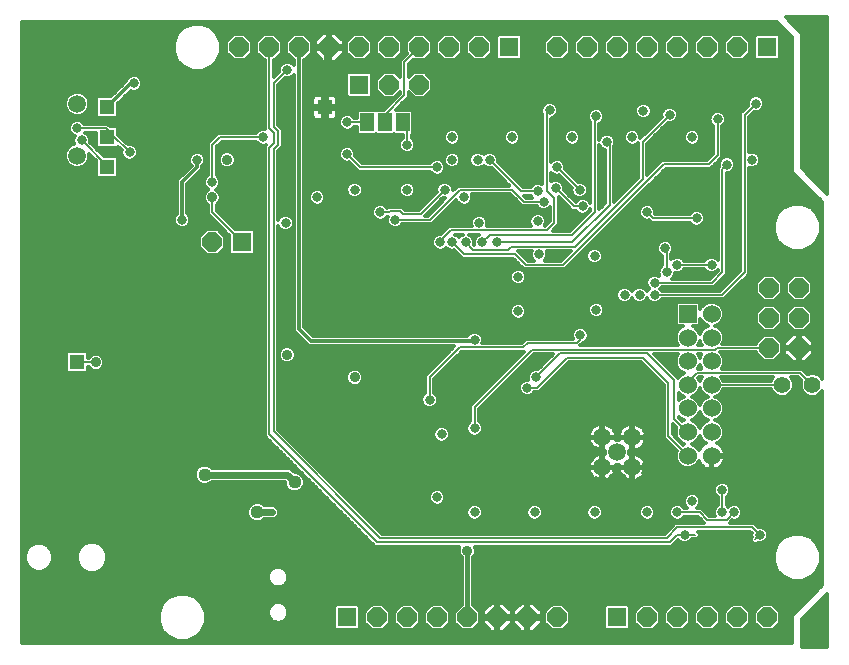
<source format=gbl>
G75*
G70*
%OFA0B0*%
%FSLAX24Y24*%
%IPPOS*%
%LPD*%
%AMOC8*
5,1,8,0,0,1.08239X$1,22.5*
%
%ADD10OC8,0.0640*%
%ADD11R,0.0640X0.0640*%
%ADD12R,0.0460X0.0630*%
%ADD13C,0.0594*%
%ADD14R,0.0512X0.0512*%
%ADD15R,0.0600X0.0600*%
%ADD16C,0.0600*%
%ADD17C,0.0560*%
%ADD18C,0.0440*%
%ADD19C,0.0240*%
%ADD20C,0.0360*%
%ADD21C,0.0160*%
%ADD22C,0.0330*%
%ADD23C,0.0100*%
%ADD24C,0.0120*%
%ADD25C,0.0070*%
%ADD26C,0.0350*%
D10*
X013750Y002336D03*
X014750Y002336D03*
X015750Y002336D03*
X016750Y002336D03*
X017750Y002336D03*
X018750Y002336D03*
X019750Y002336D03*
X022750Y002336D03*
X023750Y002336D03*
X024750Y002336D03*
X025750Y002336D03*
X026750Y002336D03*
X026805Y011316D03*
X026805Y012316D03*
X027805Y012316D03*
X027805Y011316D03*
X027805Y013316D03*
X026805Y013316D03*
X025750Y021336D03*
X024750Y021336D03*
X023750Y021336D03*
X022750Y021336D03*
X021750Y021336D03*
X020750Y021336D03*
X019750Y021336D03*
X017150Y021336D03*
X016150Y021336D03*
X015150Y021336D03*
X014150Y021336D03*
X013150Y021336D03*
X012150Y021336D03*
X011150Y021336D03*
X010150Y021336D03*
X009150Y021336D03*
X014150Y020086D03*
X015150Y020086D03*
X008250Y014836D03*
D11*
X009250Y014836D03*
X013150Y020086D03*
X018150Y021336D03*
X026750Y021336D03*
X021750Y002336D03*
X012750Y002336D03*
D12*
X013400Y018836D03*
X014000Y018836D03*
X014600Y018836D03*
D13*
X003750Y019452D03*
X003750Y017719D03*
X021250Y008336D03*
X021750Y007836D03*
X021250Y007336D03*
X022250Y007336D03*
X022250Y008336D03*
D14*
X012000Y019336D03*
X004750Y019336D03*
X004750Y018336D03*
X004750Y017336D03*
X003750Y010836D03*
D15*
X024106Y012448D03*
D16*
X024894Y012448D03*
X024894Y011660D03*
X024894Y010873D03*
X024106Y010873D03*
X024106Y011660D03*
X024106Y010086D03*
X024894Y010086D03*
X024894Y009298D03*
X024106Y009298D03*
X024106Y008511D03*
X024106Y007723D03*
X024894Y007723D03*
X024894Y008511D03*
D17*
X027250Y010086D03*
X028250Y010086D03*
D18*
X011000Y006836D03*
X009750Y005836D03*
X008000Y007086D03*
D19*
X010750Y007086D01*
X011000Y006836D01*
X010250Y005836D02*
X009750Y005836D01*
D20*
X016750Y004561D03*
D21*
X016750Y002336D01*
D22*
X017000Y005336D03*
X017000Y005836D03*
X017000Y006336D03*
X015750Y006336D03*
X015900Y008436D03*
X017000Y008636D03*
X015500Y009586D03*
X017000Y011586D03*
X016100Y012336D03*
X014500Y012586D03*
X014500Y013086D03*
X014500Y013586D03*
X013500Y013586D03*
X013500Y013086D03*
X013500Y012586D03*
X012750Y012336D03*
X012750Y010836D03*
X009150Y010836D03*
X009150Y011336D03*
X009150Y010336D03*
X013000Y007836D03*
X013000Y007336D03*
X013000Y006836D03*
X010750Y005836D03*
X010250Y005336D03*
X010250Y004836D03*
X011500Y005086D03*
X018750Y009986D03*
X019050Y010336D03*
X019000Y009536D03*
X018950Y009236D03*
X018950Y008936D03*
X019000Y008636D03*
X019300Y008536D03*
X019600Y008536D03*
X019900Y008536D03*
X020200Y008536D03*
X020500Y008536D03*
X020800Y008636D03*
X020750Y008336D03*
X020800Y008036D03*
X021050Y007886D03*
X020850Y007636D03*
X020750Y007336D03*
X020800Y007036D03*
X021050Y006886D03*
X021350Y006836D03*
X021600Y006986D03*
X021900Y006986D03*
X022200Y006836D03*
X022500Y006886D03*
X022700Y007136D03*
X022750Y007436D03*
X022600Y007736D03*
X022700Y008036D03*
X022300Y007836D03*
X021700Y007286D03*
X021000Y006336D03*
X021000Y005836D03*
X021000Y005386D03*
X022750Y005386D03*
X022750Y005836D03*
X022750Y006336D03*
X023750Y005836D03*
X024250Y006210D03*
X025250Y005836D03*
X025650Y005836D03*
X026500Y005086D03*
X025250Y006586D03*
X024000Y005086D03*
X022750Y008336D03*
X022700Y008636D03*
X022700Y008936D03*
X022400Y008886D03*
X022400Y009186D03*
X022100Y008886D03*
X021800Y008936D03*
X021000Y008886D03*
X020550Y009286D03*
X020550Y009586D03*
X020550Y009886D03*
X020550Y010186D03*
X020550Y010486D03*
X020900Y010736D03*
X020525Y011736D03*
X021050Y012086D03*
X021050Y012586D03*
X021050Y013286D03*
X022000Y013086D03*
X022500Y013086D03*
X023000Y013086D03*
X023000Y013486D03*
X023400Y013836D03*
X023750Y014086D03*
X023350Y014636D03*
X023200Y015136D03*
X022750Y015836D03*
X021800Y015236D03*
X021000Y014386D03*
X019750Y014436D03*
X019150Y014436D03*
X018750Y014436D03*
X017750Y014836D03*
X017250Y014836D03*
X016700Y014836D03*
X016250Y014836D03*
X015850Y014836D03*
X016100Y013886D03*
X017150Y015486D03*
X016650Y016336D03*
X016000Y016586D03*
X015750Y017336D03*
X016250Y017586D03*
X016700Y017586D03*
X017100Y017586D03*
X017500Y017586D03*
X018250Y017936D03*
X018250Y018336D03*
X018250Y018836D03*
X019500Y019236D03*
X020250Y018836D03*
X020250Y018336D03*
X020250Y017936D03*
X019750Y017336D03*
X019700Y016636D03*
X019300Y016186D03*
X019100Y016536D03*
X020500Y016586D03*
X020600Y016036D03*
X019100Y015536D03*
X018450Y013686D03*
X018500Y013036D03*
X018450Y012536D03*
X019750Y011736D03*
X022400Y010686D03*
X022400Y010386D03*
X022400Y010086D03*
X022400Y009786D03*
X022400Y009486D03*
X023150Y012036D03*
X024894Y014086D03*
X024400Y015636D03*
X023500Y016686D03*
X024250Y017936D03*
X024250Y018336D03*
X024250Y018836D03*
X023500Y019086D03*
X022625Y019211D03*
X022250Y018836D03*
X022250Y018336D03*
X022250Y017936D03*
X021407Y018178D03*
X021049Y019036D03*
X025100Y018936D03*
X026250Y018086D03*
X026250Y017586D03*
X025407Y017428D03*
X026375Y019461D03*
X016250Y018836D03*
X016250Y018336D03*
X014750Y018086D03*
X014750Y017086D03*
X014750Y016586D03*
X014750Y016086D03*
X014350Y015586D03*
X013850Y015836D03*
X013000Y016086D03*
X013000Y016586D03*
X013000Y017086D03*
X012750Y017771D03*
X012750Y018836D03*
X010750Y020586D03*
X009950Y018336D03*
X008250Y016836D03*
X007750Y017586D03*
X005500Y017836D03*
X003900Y018236D03*
X003750Y018636D03*
X005650Y020136D03*
X007250Y015586D03*
X010700Y015486D03*
X011750Y016336D03*
X019000Y006336D03*
X019000Y005836D03*
X019000Y005336D03*
D23*
X012000Y019336D02*
X012000Y021186D01*
X012150Y021336D01*
D24*
X001910Y022176D02*
X001910Y001496D01*
X027590Y001496D01*
X027590Y002402D01*
X027684Y002496D01*
X028590Y003402D01*
X028590Y009887D01*
X028581Y009865D01*
X028471Y009755D01*
X028328Y009696D01*
X028172Y009696D01*
X028029Y009755D01*
X027919Y009865D01*
X027860Y010008D01*
X027860Y010163D01*
X027891Y010239D01*
X027790Y010341D01*
X027547Y010341D01*
X027581Y010307D01*
X027640Y010163D01*
X027640Y010008D01*
X027581Y009865D01*
X027471Y009755D01*
X027328Y009696D01*
X027172Y009696D01*
X027029Y009755D01*
X026919Y009865D01*
X026888Y009941D01*
X025277Y009941D01*
X025241Y009853D01*
X025126Y009738D01*
X025015Y009692D01*
X025126Y009646D01*
X025241Y009530D01*
X025304Y009380D01*
X025304Y009217D01*
X025241Y009066D01*
X025126Y008951D01*
X025015Y008904D01*
X025126Y008858D01*
X025241Y008743D01*
X025304Y008592D01*
X025304Y008429D01*
X025241Y008279D01*
X025126Y008163D01*
X025081Y008144D01*
X025135Y008117D01*
X025193Y008074D01*
X025245Y008023D01*
X025287Y007964D01*
X025320Y007900D01*
X025342Y007831D01*
X025354Y007760D01*
X025354Y007753D01*
X024924Y007753D01*
X024924Y007693D01*
X025354Y007693D01*
X025354Y007687D01*
X025342Y007616D01*
X028590Y007616D01*
X028590Y007498D02*
X025295Y007498D01*
X025287Y007482D02*
X025320Y007547D01*
X025342Y007616D01*
X025287Y007482D02*
X025245Y007424D01*
X025193Y007373D01*
X025135Y007330D01*
X025070Y007297D01*
X025001Y007275D01*
X024930Y007263D01*
X024924Y007263D01*
X024924Y007693D01*
X024864Y007693D01*
X024864Y007263D01*
X024857Y007263D01*
X024786Y007275D01*
X024717Y007297D01*
X024653Y007330D01*
X024594Y007373D01*
X024543Y007424D01*
X024500Y007482D01*
X024473Y007536D01*
X024454Y007491D01*
X024339Y007376D01*
X024188Y007313D01*
X024025Y007313D01*
X023874Y007376D01*
X023759Y007491D01*
X023696Y007642D01*
X023696Y007805D01*
X023732Y007892D01*
X023305Y008320D01*
X023305Y010076D01*
X022540Y010841D01*
X020135Y010841D01*
X019135Y009841D01*
X018988Y009841D01*
X018983Y009830D01*
X018906Y009752D01*
X018805Y009711D01*
X018695Y009711D01*
X018594Y009752D01*
X018517Y009830D01*
X018475Y009931D01*
X018475Y010040D01*
X018517Y010141D01*
X018594Y010219D01*
X018695Y010261D01*
X018783Y010261D01*
X018775Y010281D01*
X018775Y010390D01*
X018817Y010491D01*
X018894Y010569D01*
X018995Y010611D01*
X019105Y010611D01*
X019115Y010606D01*
X019625Y011116D01*
X018985Y011116D01*
X017145Y009276D01*
X017145Y008873D01*
X017156Y008869D01*
X017233Y008791D01*
X017275Y008690D01*
X017275Y008581D01*
X017233Y008480D01*
X017156Y008402D01*
X017055Y008361D01*
X016945Y008361D01*
X016844Y008402D01*
X016767Y008480D01*
X016725Y008581D01*
X016725Y008690D01*
X016767Y008791D01*
X016844Y008869D01*
X016855Y008873D01*
X016855Y009396D01*
X016940Y009481D01*
X016940Y009481D01*
X018650Y011191D01*
X016560Y011191D01*
X015645Y010276D01*
X015645Y009823D01*
X015656Y009819D01*
X015733Y009741D01*
X015775Y009640D01*
X015775Y009531D01*
X015733Y009430D01*
X015656Y009352D01*
X015555Y009311D01*
X015445Y009311D01*
X015344Y009352D01*
X015267Y009430D01*
X015225Y009531D01*
X015225Y009640D01*
X015267Y009741D01*
X015344Y009819D01*
X015355Y009823D01*
X015355Y010396D01*
X015440Y010481D01*
X016325Y011366D01*
X011480Y011366D01*
X011080Y011766D01*
X010980Y011865D01*
X010980Y020427D01*
X010906Y020352D01*
X010805Y020311D01*
X010695Y020311D01*
X010685Y020315D01*
X010445Y020076D01*
X010445Y018746D01*
X010595Y018596D01*
X010595Y018026D01*
X010510Y017941D01*
X010445Y017876D01*
X010445Y015589D01*
X010467Y015641D01*
X010544Y015719D01*
X010645Y015761D01*
X010755Y015761D01*
X010856Y015719D01*
X010933Y015641D01*
X010975Y015540D01*
X010975Y015431D01*
X010933Y015330D01*
X010856Y015252D01*
X010755Y015211D01*
X010645Y015211D01*
X010544Y015252D01*
X010467Y015330D01*
X010445Y015383D01*
X010445Y008596D01*
X013910Y005131D01*
X023340Y005131D01*
X023690Y005481D01*
X024650Y005481D01*
X024605Y005526D01*
X024440Y005691D01*
X023988Y005691D01*
X023983Y005680D01*
X023906Y005602D01*
X023805Y005561D01*
X023695Y005561D01*
X023594Y005602D01*
X023517Y005680D01*
X023475Y005781D01*
X023475Y005890D01*
X023517Y005991D01*
X023594Y006069D01*
X023695Y006111D01*
X023805Y006111D01*
X023906Y006069D01*
X023983Y005991D01*
X023988Y005981D01*
X024090Y005981D01*
X024017Y006054D01*
X023975Y006155D01*
X023975Y006264D01*
X024017Y006365D01*
X024094Y006443D01*
X024195Y006485D01*
X024305Y006485D01*
X024406Y006443D01*
X024483Y006365D01*
X024525Y006264D01*
X024525Y006155D01*
X024483Y006054D01*
X024410Y005981D01*
X024560Y005981D01*
X024810Y005731D01*
X024996Y005731D01*
X024975Y005781D01*
X024975Y005890D01*
X025017Y005991D01*
X025094Y006069D01*
X025105Y006073D01*
X025105Y006348D01*
X025094Y006352D01*
X025017Y006430D01*
X024975Y006531D01*
X024975Y006640D01*
X025017Y006741D01*
X025094Y006819D01*
X025195Y006861D01*
X025305Y006861D01*
X025406Y006819D01*
X025483Y006741D01*
X025525Y006640D01*
X025525Y006531D01*
X025483Y006430D01*
X025406Y006352D01*
X025395Y006348D01*
X025395Y006073D01*
X025406Y006069D01*
X025450Y006024D01*
X025494Y006069D01*
X025595Y006111D01*
X025705Y006111D01*
X025806Y006069D01*
X025883Y005991D01*
X025925Y005890D01*
X025925Y005781D01*
X025883Y005680D01*
X025806Y005602D01*
X025705Y005561D01*
X025595Y005561D01*
X025585Y005565D01*
X025500Y005481D01*
X026310Y005481D01*
X026395Y005396D01*
X026395Y005396D01*
X026435Y005356D01*
X026445Y005361D01*
X026555Y005361D01*
X026656Y005319D01*
X026733Y005241D01*
X026775Y005140D01*
X026775Y005031D01*
X026733Y004930D01*
X026656Y004852D01*
X026555Y004811D01*
X026445Y004811D01*
X026435Y004815D01*
X026410Y004791D01*
X026290Y004791D01*
X026205Y004876D01*
X026205Y004996D01*
X026229Y005020D01*
X026225Y005031D01*
X026225Y005140D01*
X026229Y005151D01*
X026190Y005191D01*
X024450Y005191D01*
X024495Y005146D01*
X024495Y005026D01*
X024410Y004941D01*
X024238Y004941D01*
X024233Y004930D01*
X024156Y004852D01*
X024055Y004811D01*
X023945Y004811D01*
X023844Y004852D01*
X023783Y004914D01*
X023645Y004776D01*
X023560Y004691D01*
X017010Y004691D01*
X017040Y004618D01*
X017040Y004503D01*
X016996Y004396D01*
X016940Y004340D01*
X016940Y002754D01*
X017180Y002514D01*
X017180Y002157D01*
X016928Y001906D01*
X016572Y001906D01*
X016320Y002157D01*
X016320Y002514D01*
X016560Y002754D01*
X016560Y004340D01*
X016504Y004396D01*
X016460Y004503D01*
X016460Y004618D01*
X016490Y004691D01*
X013690Y004691D01*
X010090Y008291D01*
X010005Y008376D01*
X010005Y018046D01*
X010031Y018071D01*
X010005Y018061D01*
X009895Y018061D01*
X009794Y018102D01*
X009717Y018180D01*
X009712Y018191D01*
X008560Y018191D01*
X008395Y018026D01*
X008395Y017073D01*
X008406Y017069D01*
X008483Y016991D01*
X008525Y016890D01*
X008525Y016781D01*
X008483Y016680D01*
X008406Y016602D01*
X008378Y016591D01*
X008411Y016577D01*
X008492Y016497D01*
X008535Y016392D01*
X008535Y016279D01*
X008492Y016174D01*
X008411Y016094D01*
X008395Y016087D01*
X008395Y015896D01*
X009025Y015266D01*
X009616Y015266D01*
X009680Y015201D01*
X009680Y014470D01*
X009616Y014406D01*
X008884Y014406D01*
X008820Y014470D01*
X008820Y015061D01*
X008105Y015776D01*
X008105Y016087D01*
X008089Y016094D01*
X008008Y016174D01*
X007965Y016279D01*
X007965Y016392D01*
X008008Y016497D01*
X008089Y016577D01*
X008122Y016591D01*
X008094Y016602D01*
X008017Y016680D01*
X007975Y016781D01*
X007975Y016890D01*
X008017Y016991D01*
X008094Y017069D01*
X008105Y017073D01*
X008105Y018146D01*
X008355Y018396D01*
X008440Y018481D01*
X009712Y018481D01*
X009717Y018491D01*
X009794Y018569D01*
X009895Y018611D01*
X010005Y018611D01*
X010005Y018610D01*
X010005Y020906D01*
X009972Y020906D01*
X009720Y021157D01*
X009720Y021514D01*
X009972Y021766D01*
X010328Y021766D01*
X010580Y021514D01*
X010580Y021157D01*
X010328Y020906D01*
X010295Y020906D01*
X010295Y020336D01*
X010479Y020520D01*
X010475Y020531D01*
X010475Y020640D01*
X010517Y020741D01*
X010594Y020819D01*
X010695Y020861D01*
X010805Y020861D01*
X010906Y020819D01*
X010980Y020744D01*
X010980Y020906D01*
X010972Y020906D01*
X010720Y021157D01*
X010720Y021514D01*
X010972Y021766D01*
X011328Y021766D01*
X011580Y021514D01*
X011580Y021157D01*
X011328Y020906D01*
X011320Y020906D01*
X011320Y012006D01*
X011620Y011706D01*
X016752Y011706D01*
X016767Y011741D01*
X016844Y011819D01*
X016945Y011861D01*
X017055Y011861D01*
X017156Y011819D01*
X017233Y011741D01*
X017275Y011640D01*
X017275Y011531D01*
X017254Y011481D01*
X018565Y011481D01*
X018715Y011631D01*
X020271Y011631D01*
X020250Y011681D01*
X020250Y011790D01*
X020292Y011891D01*
X020369Y011969D01*
X020470Y012011D01*
X020580Y012011D01*
X020681Y011969D01*
X020758Y011891D01*
X020800Y011790D01*
X020800Y011681D01*
X020758Y011580D01*
X020681Y011502D01*
X020580Y011461D01*
X020545Y011426D01*
X020525Y011406D01*
X023781Y011406D01*
X023759Y011428D01*
X023696Y011579D01*
X023696Y011742D01*
X023759Y011893D01*
X023874Y012008D01*
X023946Y012038D01*
X023761Y012038D01*
X023696Y012102D01*
X023696Y012793D01*
X023761Y012858D01*
X024452Y012858D01*
X024516Y012793D01*
X024516Y012608D01*
X024546Y012680D01*
X024661Y012795D01*
X024812Y012858D01*
X024975Y012858D01*
X025126Y012795D01*
X025241Y012680D01*
X025304Y012529D01*
X025304Y012366D01*
X025241Y012216D01*
X025126Y012100D01*
X025015Y012054D01*
X025126Y012008D01*
X025241Y011893D01*
X025304Y011742D01*
X025304Y011579D01*
X025255Y011461D01*
X026375Y011461D01*
X026375Y011494D01*
X026627Y011746D01*
X026983Y011746D01*
X027235Y011494D01*
X027235Y011138D01*
X026983Y010886D01*
X026627Y010886D01*
X026375Y011138D01*
X026375Y011171D01*
X025176Y011171D01*
X025241Y011105D01*
X025304Y010955D01*
X025304Y010791D01*
X025241Y010641D01*
X025231Y010631D01*
X027910Y010631D01*
X028097Y010444D01*
X028172Y010476D01*
X028328Y010476D01*
X028471Y010416D01*
X028581Y010307D01*
X028590Y010284D01*
X028590Y016169D01*
X027684Y017076D01*
X027684Y017076D01*
X027590Y017169D01*
X027590Y021669D01*
X027084Y022176D01*
X001910Y022176D01*
X001910Y022073D02*
X007466Y022073D01*
X007593Y022126D02*
X007303Y022005D01*
X007080Y021783D01*
X006960Y021493D01*
X006960Y021178D01*
X007080Y020888D01*
X007303Y020666D01*
X007593Y020546D01*
X007907Y020546D01*
X008197Y020666D01*
X008420Y020888D01*
X008540Y021178D01*
X008540Y021493D01*
X008420Y021783D01*
X008197Y022005D01*
X007907Y022126D01*
X007593Y022126D01*
X007252Y021955D02*
X001910Y021955D01*
X001910Y021836D02*
X007133Y021836D01*
X007053Y021718D02*
X001910Y021718D01*
X001910Y021599D02*
X007004Y021599D01*
X006960Y021481D02*
X001910Y021481D01*
X001910Y021362D02*
X006960Y021362D01*
X006960Y021244D02*
X001910Y021244D01*
X001910Y021125D02*
X006982Y021125D01*
X007031Y021007D02*
X001910Y021007D01*
X001910Y020888D02*
X007080Y020888D01*
X007199Y020770D02*
X001910Y020770D01*
X001910Y020651D02*
X007338Y020651D01*
X008162Y020651D02*
X010005Y020651D01*
X010005Y020533D02*
X001910Y020533D01*
X001910Y020414D02*
X010005Y020414D01*
X010005Y020296D02*
X005879Y020296D01*
X005883Y020291D02*
X005806Y020369D01*
X005705Y020411D01*
X005595Y020411D01*
X005494Y020369D01*
X005417Y020291D01*
X005383Y020209D01*
X004875Y019701D01*
X004449Y019701D01*
X004384Y019637D01*
X004384Y019034D01*
X004449Y018970D01*
X005051Y018970D01*
X005116Y019034D01*
X005116Y019461D01*
X005539Y019884D01*
X005595Y019861D01*
X005705Y019861D01*
X005806Y019902D01*
X005883Y019980D01*
X005925Y020081D01*
X005925Y020190D01*
X005883Y020291D01*
X005925Y020177D02*
X010005Y020177D01*
X010005Y020059D02*
X005916Y020059D01*
X005843Y019940D02*
X010005Y019940D01*
X010005Y019822D02*
X005476Y019822D01*
X005358Y019703D02*
X010005Y019703D01*
X010005Y019585D02*
X005239Y019585D01*
X005121Y019466D02*
X010005Y019466D01*
X010005Y019348D02*
X005116Y019348D01*
X005116Y019229D02*
X010005Y019229D01*
X010005Y019111D02*
X005116Y019111D01*
X005074Y018992D02*
X010005Y018992D01*
X010005Y018874D02*
X003894Y018874D01*
X003906Y018869D02*
X003805Y018911D01*
X003695Y018911D01*
X003594Y018869D01*
X003517Y018791D01*
X003475Y018690D01*
X003475Y018581D01*
X003517Y018480D01*
X003594Y018402D01*
X003660Y018375D01*
X003625Y018290D01*
X003625Y018181D01*
X003651Y018119D01*
X003519Y018065D01*
X003405Y017950D01*
X003343Y017800D01*
X003343Y017638D01*
X003405Y017489D01*
X003519Y017374D01*
X003669Y017312D01*
X003831Y017312D01*
X003981Y017374D01*
X004095Y017489D01*
X004157Y017638D01*
X004157Y017773D01*
X004384Y017546D01*
X004384Y017034D01*
X004449Y016970D01*
X005051Y016970D01*
X005116Y017034D01*
X005116Y017637D01*
X005051Y017701D01*
X004639Y017701D01*
X004171Y018170D01*
X004175Y018181D01*
X004175Y018290D01*
X004133Y018391D01*
X004056Y018469D01*
X004003Y018491D01*
X004384Y018491D01*
X004384Y018034D01*
X004449Y017970D01*
X005051Y017970D01*
X005106Y018024D01*
X005229Y017901D01*
X005225Y017890D01*
X005225Y017781D01*
X005267Y017680D01*
X005344Y017602D01*
X005445Y017561D01*
X005555Y017561D01*
X005656Y017602D01*
X005733Y017680D01*
X005775Y017781D01*
X005775Y017890D01*
X005733Y017991D01*
X005656Y018069D01*
X005555Y018111D01*
X005445Y018111D01*
X005435Y018106D01*
X005116Y018425D01*
X005116Y018637D01*
X005051Y018701D01*
X004839Y018701D01*
X004760Y018781D01*
X003988Y018781D01*
X003983Y018791D01*
X003906Y018869D01*
X003831Y019045D02*
X003669Y019045D01*
X003519Y019107D01*
X003405Y019221D01*
X003343Y019371D01*
X003343Y019533D01*
X003405Y019682D01*
X003519Y019797D01*
X003669Y019859D01*
X003831Y019859D01*
X003981Y019797D01*
X004095Y019682D01*
X004157Y019533D01*
X004157Y019371D01*
X004095Y019221D01*
X003981Y019107D01*
X003831Y019045D01*
X003985Y019111D02*
X004384Y019111D01*
X004384Y019229D02*
X004099Y019229D01*
X004148Y019348D02*
X004384Y019348D01*
X004384Y019466D02*
X004157Y019466D01*
X004136Y019585D02*
X004384Y019585D01*
X004074Y019703D02*
X004877Y019703D01*
X004996Y019822D02*
X003921Y019822D01*
X003579Y019822D02*
X001910Y019822D01*
X001910Y019940D02*
X005114Y019940D01*
X005233Y020059D02*
X001910Y020059D01*
X001910Y020177D02*
X005351Y020177D01*
X005421Y020296D02*
X001910Y020296D01*
X001910Y019703D02*
X003426Y019703D01*
X003364Y019585D02*
X001910Y019585D01*
X001910Y019466D02*
X003343Y019466D01*
X003352Y019348D02*
X001910Y019348D01*
X001910Y019229D02*
X003401Y019229D01*
X003515Y019111D02*
X001910Y019111D01*
X001910Y018992D02*
X004426Y018992D01*
X004786Y018755D02*
X010005Y018755D01*
X010005Y018637D02*
X005116Y018637D01*
X005116Y018518D02*
X009744Y018518D01*
X009734Y018163D02*
X008532Y018163D01*
X008414Y018044D02*
X010005Y018044D01*
X010005Y017926D02*
X008395Y017926D01*
X008395Y017807D02*
X008568Y017807D01*
X008589Y017827D02*
X008508Y017747D01*
X008465Y017642D01*
X008465Y017529D01*
X008508Y017424D01*
X008589Y017344D01*
X008693Y017301D01*
X008807Y017301D01*
X008911Y017344D01*
X008992Y017424D01*
X009035Y017529D01*
X009035Y017642D01*
X008992Y017747D01*
X008911Y017827D01*
X008807Y017871D01*
X008693Y017871D01*
X008589Y017827D01*
X008484Y017689D02*
X008395Y017689D01*
X008395Y017570D02*
X008465Y017570D01*
X008497Y017452D02*
X008395Y017452D01*
X008395Y017333D02*
X008615Y017333D01*
X008395Y017215D02*
X010005Y017215D01*
X010005Y017333D02*
X008885Y017333D01*
X009003Y017452D02*
X010005Y017452D01*
X010005Y017570D02*
X009035Y017570D01*
X009016Y017689D02*
X010005Y017689D01*
X010005Y017807D02*
X008932Y017807D01*
X008359Y018400D02*
X005141Y018400D01*
X005260Y018281D02*
X008240Y018281D01*
X008122Y018163D02*
X005378Y018163D01*
X005205Y017926D02*
X004415Y017926D01*
X004384Y018044D02*
X004297Y018044D01*
X004384Y018163D02*
X004178Y018163D01*
X004175Y018281D02*
X004384Y018281D01*
X004384Y018400D02*
X004125Y018400D01*
X003625Y018281D02*
X001910Y018281D01*
X001910Y018163D02*
X003633Y018163D01*
X003499Y018044D02*
X001910Y018044D01*
X001910Y017926D02*
X003395Y017926D01*
X003346Y017807D02*
X001910Y017807D01*
X001910Y017689D02*
X003343Y017689D01*
X003371Y017570D02*
X001910Y017570D01*
X001910Y017452D02*
X003442Y017452D01*
X003619Y017333D02*
X001910Y017333D01*
X001910Y017215D02*
X004384Y017215D01*
X004384Y017333D02*
X003881Y017333D01*
X004058Y017452D02*
X004384Y017452D01*
X004360Y017570D02*
X004129Y017570D01*
X004157Y017689D02*
X004242Y017689D01*
X004534Y017807D02*
X005225Y017807D01*
X005263Y017689D02*
X005064Y017689D01*
X005116Y017570D02*
X005422Y017570D01*
X005578Y017570D02*
X007475Y017570D01*
X007475Y017531D02*
X007475Y017640D01*
X007517Y017741D01*
X007594Y017819D01*
X007695Y017861D01*
X007805Y017861D01*
X007906Y017819D01*
X007983Y017741D01*
X008025Y017640D01*
X008025Y017531D01*
X007983Y017430D01*
X007920Y017367D01*
X007920Y017265D01*
X007420Y016765D01*
X007420Y015804D01*
X007483Y015741D01*
X007525Y015640D01*
X007525Y015531D01*
X007483Y015430D01*
X007406Y015352D01*
X007305Y015311D01*
X007195Y015311D01*
X007094Y015352D01*
X007017Y015430D01*
X006975Y015531D01*
X006975Y015640D01*
X007017Y015741D01*
X007080Y015804D01*
X007080Y016906D01*
X007180Y017006D01*
X007560Y017386D01*
X007517Y017430D01*
X007475Y017531D01*
X007508Y017452D02*
X005116Y017452D01*
X005116Y017333D02*
X007507Y017333D01*
X007389Y017215D02*
X005116Y017215D01*
X005116Y017096D02*
X007270Y017096D01*
X007152Y016978D02*
X005059Y016978D01*
X004441Y016978D02*
X001910Y016978D01*
X001910Y017096D02*
X004384Y017096D01*
X005737Y017689D02*
X007495Y017689D01*
X007583Y017807D02*
X005775Y017807D01*
X005760Y017926D02*
X008105Y017926D01*
X008105Y018044D02*
X005680Y018044D01*
X004750Y019336D02*
X005550Y020136D01*
X005650Y020136D01*
X003606Y018874D02*
X001910Y018874D01*
X001910Y018755D02*
X003502Y018755D01*
X003475Y018637D02*
X001910Y018637D01*
X001910Y018518D02*
X003501Y018518D01*
X003601Y018400D02*
X001910Y018400D01*
X001910Y016859D02*
X007080Y016859D01*
X007080Y016741D02*
X001910Y016741D01*
X001910Y016622D02*
X007080Y016622D01*
X007080Y016504D02*
X001910Y016504D01*
X001910Y016385D02*
X007080Y016385D01*
X007080Y016267D02*
X001910Y016267D01*
X001910Y016148D02*
X007080Y016148D01*
X007080Y016030D02*
X001910Y016030D01*
X001910Y015911D02*
X007080Y015911D01*
X007068Y015793D02*
X001910Y015793D01*
X001910Y015674D02*
X006989Y015674D01*
X006975Y015556D02*
X001910Y015556D01*
X001910Y015437D02*
X007014Y015437D01*
X007176Y015319D02*
X001910Y015319D01*
X001910Y015200D02*
X008006Y015200D01*
X008072Y015266D02*
X007820Y015014D01*
X007820Y014657D01*
X008072Y014406D01*
X008428Y014406D01*
X008680Y014657D01*
X008680Y015014D01*
X008428Y015266D01*
X008072Y015266D01*
X007888Y015082D02*
X001910Y015082D01*
X001910Y014963D02*
X007820Y014963D01*
X007820Y014845D02*
X001910Y014845D01*
X001910Y014726D02*
X007820Y014726D01*
X007870Y014608D02*
X001910Y014608D01*
X001910Y014489D02*
X007988Y014489D01*
X008512Y014489D02*
X008820Y014489D01*
X008820Y014608D02*
X008630Y014608D01*
X008680Y014726D02*
X008820Y014726D01*
X008820Y014845D02*
X008680Y014845D01*
X008680Y014963D02*
X008820Y014963D01*
X008799Y015082D02*
X008612Y015082D01*
X008680Y015200D02*
X008494Y015200D01*
X008562Y015319D02*
X007324Y015319D01*
X007486Y015437D02*
X008443Y015437D01*
X008325Y015556D02*
X007525Y015556D01*
X007511Y015674D02*
X008206Y015674D01*
X008105Y015793D02*
X007432Y015793D01*
X007420Y015911D02*
X008105Y015911D01*
X008105Y016030D02*
X007420Y016030D01*
X007420Y016148D02*
X008034Y016148D01*
X007970Y016267D02*
X007420Y016267D01*
X007420Y016385D02*
X007965Y016385D01*
X008015Y016504D02*
X007420Y016504D01*
X007420Y016622D02*
X008075Y016622D01*
X007992Y016741D02*
X007420Y016741D01*
X007514Y016859D02*
X007975Y016859D01*
X008011Y016978D02*
X007632Y016978D01*
X007751Y017096D02*
X008105Y017096D01*
X008105Y017215D02*
X007869Y017215D01*
X007920Y017333D02*
X008105Y017333D01*
X008105Y017452D02*
X007992Y017452D01*
X008025Y017570D02*
X008105Y017570D01*
X008105Y017689D02*
X008005Y017689D01*
X007917Y017807D02*
X008105Y017807D01*
X007750Y017586D02*
X007750Y017336D01*
X007250Y016836D01*
X007250Y015586D01*
X008395Y015911D02*
X010005Y015911D01*
X010005Y015793D02*
X008498Y015793D01*
X008617Y015674D02*
X010005Y015674D01*
X010005Y015556D02*
X008735Y015556D01*
X008854Y015437D02*
X010005Y015437D01*
X010005Y015319D02*
X008972Y015319D01*
X009680Y015200D02*
X010005Y015200D01*
X010005Y015082D02*
X009680Y015082D01*
X009680Y014963D02*
X010005Y014963D01*
X010005Y014845D02*
X009680Y014845D01*
X009680Y014726D02*
X010005Y014726D01*
X010005Y014608D02*
X009680Y014608D01*
X009680Y014489D02*
X010005Y014489D01*
X010005Y014371D02*
X001910Y014371D01*
X001910Y014252D02*
X010005Y014252D01*
X010005Y014134D02*
X001910Y014134D01*
X001910Y014015D02*
X010005Y014015D01*
X010005Y013897D02*
X001910Y013897D01*
X001910Y013778D02*
X010005Y013778D01*
X010005Y013660D02*
X001910Y013660D01*
X001910Y013541D02*
X010005Y013541D01*
X010005Y013423D02*
X001910Y013423D01*
X001910Y013304D02*
X010005Y013304D01*
X010005Y013186D02*
X001910Y013186D01*
X001910Y013067D02*
X010005Y013067D01*
X010005Y012949D02*
X001910Y012949D01*
X001910Y012830D02*
X010005Y012830D01*
X010005Y012712D02*
X001910Y012712D01*
X001910Y012593D02*
X010005Y012593D01*
X010005Y012475D02*
X001910Y012475D01*
X001910Y012356D02*
X010005Y012356D01*
X010005Y012238D02*
X001910Y012238D01*
X001910Y012119D02*
X010005Y012119D01*
X010005Y012001D02*
X001910Y012001D01*
X001910Y011882D02*
X010005Y011882D01*
X010005Y011764D02*
X001910Y011764D01*
X001910Y011645D02*
X010005Y011645D01*
X010005Y011527D02*
X001910Y011527D01*
X001910Y011408D02*
X010005Y011408D01*
X010005Y011290D02*
X001910Y011290D01*
X001910Y011171D02*
X003418Y011171D01*
X003449Y011201D02*
X003384Y011137D01*
X003384Y010534D01*
X003449Y010470D01*
X004051Y010470D01*
X004116Y010534D01*
X004116Y010691D01*
X004126Y010691D01*
X004132Y010674D01*
X004213Y010594D01*
X004317Y010551D01*
X004431Y010551D01*
X004535Y010594D01*
X004616Y010674D01*
X004659Y010779D01*
X004659Y010892D01*
X004616Y010997D01*
X004535Y011077D01*
X004431Y011121D01*
X004317Y011121D01*
X004213Y011077D01*
X004132Y010997D01*
X004126Y010981D01*
X004116Y010981D01*
X004116Y011137D01*
X004051Y011201D01*
X003449Y011201D01*
X003384Y011053D02*
X001910Y011053D01*
X001910Y010934D02*
X003384Y010934D01*
X003384Y010816D02*
X001910Y010816D01*
X001910Y010697D02*
X003384Y010697D01*
X003384Y010579D02*
X001910Y010579D01*
X001910Y010460D02*
X010005Y010460D01*
X010005Y010342D02*
X001910Y010342D01*
X001910Y010223D02*
X010005Y010223D01*
X010005Y010105D02*
X001910Y010105D01*
X001910Y009986D02*
X010005Y009986D01*
X010005Y009868D02*
X001910Y009868D01*
X001910Y009749D02*
X010005Y009749D01*
X010005Y009631D02*
X001910Y009631D01*
X001910Y009512D02*
X010005Y009512D01*
X010005Y009394D02*
X001910Y009394D01*
X001910Y009275D02*
X010005Y009275D01*
X010005Y009157D02*
X001910Y009157D01*
X001910Y009038D02*
X010005Y009038D01*
X010005Y008920D02*
X001910Y008920D01*
X001910Y008801D02*
X010005Y008801D01*
X010005Y008683D02*
X001910Y008683D01*
X001910Y008564D02*
X010005Y008564D01*
X010005Y008446D02*
X001910Y008446D01*
X001910Y008327D02*
X010053Y008327D01*
X010172Y008209D02*
X001910Y008209D01*
X001910Y008090D02*
X010290Y008090D01*
X010409Y007972D02*
X001910Y007972D01*
X001910Y007853D02*
X010527Y007853D01*
X010646Y007735D02*
X001910Y007735D01*
X001910Y007616D02*
X010764Y007616D01*
X010883Y007498D02*
X001910Y007498D01*
X001910Y007379D02*
X007846Y007379D01*
X007813Y007365D02*
X007720Y007273D01*
X007670Y007151D01*
X007670Y007020D01*
X007720Y006899D01*
X007813Y006806D01*
X007934Y006756D01*
X008066Y006756D01*
X008187Y006806D01*
X008237Y006856D01*
X010655Y006856D01*
X010670Y006840D01*
X010670Y006770D01*
X010720Y006649D01*
X010813Y006556D01*
X010934Y006506D01*
X011066Y006506D01*
X011187Y006556D01*
X011280Y006649D01*
X011330Y006770D01*
X011330Y006901D01*
X011280Y007023D01*
X011187Y007115D01*
X011066Y007166D01*
X010995Y007166D01*
X010845Y007316D01*
X008237Y007316D01*
X008187Y007365D01*
X008066Y007416D01*
X007934Y007416D01*
X007813Y007365D01*
X007715Y007261D02*
X001910Y007261D01*
X001910Y007142D02*
X007670Y007142D01*
X007670Y007024D02*
X001910Y007024D01*
X001910Y006905D02*
X007718Y006905D01*
X007859Y006787D02*
X001910Y006787D01*
X001910Y006668D02*
X010712Y006668D01*
X010670Y006787D02*
X008141Y006787D01*
X008154Y007379D02*
X011001Y007379D01*
X010900Y007261D02*
X011120Y007261D01*
X011122Y007142D02*
X011238Y007142D01*
X011279Y007024D02*
X011357Y007024D01*
X011328Y006905D02*
X011475Y006905D01*
X011594Y006787D02*
X011330Y006787D01*
X011288Y006668D02*
X011712Y006668D01*
X011831Y006550D02*
X011172Y006550D01*
X010828Y006550D02*
X001910Y006550D01*
X001910Y006431D02*
X011949Y006431D01*
X012068Y006313D02*
X001910Y006313D01*
X001910Y006194D02*
X012186Y006194D01*
X012305Y006076D02*
X009977Y006076D01*
X009987Y006066D02*
X009937Y006115D01*
X009816Y006166D01*
X009684Y006166D01*
X009563Y006115D01*
X009470Y006023D01*
X009420Y005901D01*
X009420Y005770D01*
X009470Y005649D01*
X009563Y005556D01*
X009684Y005506D01*
X009816Y005506D01*
X009937Y005556D01*
X009987Y005606D01*
X010345Y005606D01*
X010480Y005740D01*
X010480Y005931D01*
X010345Y006066D01*
X009987Y006066D01*
X009523Y006076D02*
X001910Y006076D01*
X001910Y005957D02*
X009443Y005957D01*
X009420Y005839D02*
X001910Y005839D01*
X001910Y005720D02*
X009441Y005720D01*
X009517Y005602D02*
X001910Y005602D01*
X001910Y005483D02*
X012897Y005483D01*
X012779Y005602D02*
X009983Y005602D01*
X010460Y005720D02*
X012660Y005720D01*
X012542Y005839D02*
X010480Y005839D01*
X010454Y005957D02*
X012423Y005957D01*
X012728Y006313D02*
X015475Y006313D01*
X015475Y006281D02*
X015475Y006390D01*
X015517Y006491D01*
X015594Y006569D01*
X015695Y006611D01*
X015805Y006611D01*
X015906Y006569D01*
X015983Y006491D01*
X016025Y006390D01*
X016025Y006281D01*
X015983Y006180D01*
X015906Y006102D01*
X015805Y006061D01*
X015695Y006061D01*
X015594Y006102D01*
X015517Y006180D01*
X015475Y006281D01*
X015511Y006194D02*
X012847Y006194D01*
X012965Y006076D02*
X015659Y006076D01*
X015841Y006076D02*
X016861Y006076D01*
X016844Y006069D02*
X016767Y005991D01*
X016725Y005890D01*
X016725Y005781D01*
X016767Y005680D01*
X016844Y005602D01*
X016945Y005561D01*
X017055Y005561D01*
X017156Y005602D01*
X017233Y005680D01*
X017275Y005781D01*
X017275Y005890D01*
X017233Y005991D01*
X017156Y006069D01*
X017055Y006111D01*
X016945Y006111D01*
X016844Y006069D01*
X016753Y005957D02*
X013084Y005957D01*
X013202Y005839D02*
X016725Y005839D01*
X016750Y005720D02*
X013321Y005720D01*
X013439Y005602D02*
X016846Y005602D01*
X017154Y005602D02*
X018846Y005602D01*
X018844Y005602D02*
X018945Y005561D01*
X019055Y005561D01*
X019156Y005602D01*
X019233Y005680D01*
X019275Y005781D01*
X019275Y005890D01*
X019233Y005991D01*
X019156Y006069D01*
X019055Y006111D01*
X018945Y006111D01*
X018844Y006069D01*
X018767Y005991D01*
X018725Y005890D01*
X018725Y005781D01*
X018767Y005680D01*
X018844Y005602D01*
X018750Y005720D02*
X017250Y005720D01*
X017275Y005839D02*
X018725Y005839D01*
X018753Y005957D02*
X017247Y005957D01*
X017139Y006076D02*
X018861Y006076D01*
X019139Y006076D02*
X020861Y006076D01*
X020844Y006069D02*
X020767Y005991D01*
X020725Y005890D01*
X020725Y005781D01*
X020767Y005680D01*
X020844Y005602D01*
X020945Y005561D01*
X021055Y005561D01*
X021156Y005602D01*
X021233Y005680D01*
X021275Y005781D01*
X021275Y005890D01*
X021233Y005991D01*
X021156Y006069D01*
X021055Y006111D01*
X020945Y006111D01*
X020844Y006069D01*
X020753Y005957D02*
X019247Y005957D01*
X019275Y005839D02*
X020725Y005839D01*
X020750Y005720D02*
X019250Y005720D01*
X019154Y005602D02*
X020846Y005602D01*
X021154Y005602D02*
X022596Y005602D01*
X022594Y005602D02*
X022695Y005561D01*
X022805Y005561D01*
X022906Y005602D01*
X022983Y005680D01*
X023025Y005781D01*
X023025Y005890D01*
X022983Y005991D01*
X022906Y006069D01*
X022805Y006111D01*
X022695Y006111D01*
X022594Y006069D01*
X022517Y005991D01*
X022475Y005890D01*
X022475Y005781D01*
X022517Y005680D01*
X022594Y005602D01*
X022500Y005720D02*
X021250Y005720D01*
X021275Y005839D02*
X022475Y005839D01*
X022503Y005957D02*
X021247Y005957D01*
X021139Y006076D02*
X022611Y006076D01*
X022889Y006076D02*
X023611Y006076D01*
X023503Y005957D02*
X022997Y005957D01*
X023025Y005839D02*
X023475Y005839D01*
X023500Y005720D02*
X023000Y005720D01*
X022904Y005602D02*
X023596Y005602D01*
X023574Y005365D02*
X013676Y005365D01*
X013558Y005483D02*
X024647Y005483D01*
X024529Y005602D02*
X023904Y005602D01*
X023455Y005246D02*
X013795Y005246D01*
X013371Y005009D02*
X001910Y005009D01*
X001910Y004891D02*
X013490Y004891D01*
X013608Y004772D02*
X004530Y004772D01*
X004532Y004772D02*
X004342Y004850D01*
X004138Y004850D01*
X003949Y004772D01*
X003804Y004627D01*
X003726Y004438D01*
X003726Y004233D01*
X003804Y004044D01*
X003949Y003900D01*
X004138Y003821D01*
X004342Y003821D01*
X004532Y003900D01*
X004676Y004044D01*
X004754Y004233D01*
X004754Y004438D01*
X004676Y004627D01*
X004532Y004772D01*
X004650Y004654D02*
X016475Y004654D01*
X016460Y004535D02*
X004714Y004535D01*
X004754Y004417D02*
X016496Y004417D01*
X016560Y004298D02*
X004754Y004298D01*
X004732Y004180D02*
X016560Y004180D01*
X016560Y004061D02*
X004683Y004061D01*
X004575Y003943D02*
X010240Y003943D01*
X010259Y003962D02*
X010164Y003867D01*
X010113Y003743D01*
X010113Y003609D01*
X010164Y003485D01*
X010259Y003390D01*
X010383Y003339D01*
X010517Y003339D01*
X010641Y003390D01*
X010736Y003485D01*
X010787Y003609D01*
X010787Y003743D01*
X010736Y003867D01*
X010641Y003962D01*
X010517Y004013D01*
X010383Y004013D01*
X010259Y003962D01*
X010146Y003824D02*
X004349Y003824D01*
X004131Y003824D02*
X001910Y003824D01*
X001910Y003706D02*
X010113Y003706D01*
X010122Y003587D02*
X001910Y003587D01*
X001910Y003469D02*
X010181Y003469D01*
X010356Y003350D02*
X001910Y003350D01*
X001910Y003232D02*
X016560Y003232D01*
X016560Y003350D02*
X010544Y003350D01*
X010719Y003469D02*
X016560Y003469D01*
X016560Y003587D02*
X010778Y003587D01*
X010787Y003706D02*
X016560Y003706D01*
X016560Y003824D02*
X010754Y003824D01*
X010660Y003943D02*
X016560Y003943D01*
X016940Y003943D02*
X027058Y003943D01*
X027080Y003888D02*
X027303Y003666D01*
X027593Y003546D01*
X027907Y003546D01*
X028197Y003666D01*
X028420Y003888D01*
X028540Y004178D01*
X028540Y004493D01*
X028420Y004783D01*
X028197Y005005D01*
X027907Y005126D01*
X027593Y005126D01*
X027303Y005005D01*
X027080Y004783D01*
X026960Y004493D01*
X026960Y004178D01*
X027080Y003888D01*
X027144Y003824D02*
X016940Y003824D01*
X016940Y003706D02*
X027263Y003706D01*
X027493Y003587D02*
X016940Y003587D01*
X016940Y003469D02*
X028590Y003469D01*
X028590Y003587D02*
X028007Y003587D01*
X028237Y003706D02*
X028590Y003706D01*
X028590Y003824D02*
X028356Y003824D01*
X028442Y003943D02*
X028590Y003943D01*
X028590Y004061D02*
X028491Y004061D01*
X028540Y004180D02*
X028590Y004180D01*
X028590Y004298D02*
X028540Y004298D01*
X028540Y004417D02*
X028590Y004417D01*
X028590Y004535D02*
X028522Y004535D01*
X028473Y004654D02*
X028590Y004654D01*
X028590Y004772D02*
X028424Y004772D01*
X028312Y004891D02*
X028590Y004891D01*
X028590Y005009D02*
X028188Y005009D01*
X028590Y005128D02*
X026775Y005128D01*
X026766Y005009D02*
X027312Y005009D01*
X027188Y004891D02*
X026694Y004891D01*
X027076Y004772D02*
X023642Y004772D01*
X023760Y004891D02*
X023806Y004891D01*
X024194Y004891D02*
X026205Y004891D01*
X026218Y005009D02*
X024479Y005009D01*
X024495Y005128D02*
X026225Y005128D01*
X026426Y005365D02*
X028590Y005365D01*
X028590Y005483D02*
X025503Y005483D01*
X025804Y005602D02*
X028590Y005602D01*
X028590Y005720D02*
X025900Y005720D01*
X025925Y005839D02*
X028590Y005839D01*
X028590Y005957D02*
X025897Y005957D01*
X025789Y006076D02*
X028590Y006076D01*
X028590Y006194D02*
X025395Y006194D01*
X025395Y006076D02*
X025511Y006076D01*
X025395Y006313D02*
X028590Y006313D01*
X028590Y006431D02*
X025484Y006431D01*
X025525Y006550D02*
X028590Y006550D01*
X028590Y006668D02*
X025513Y006668D01*
X025438Y006787D02*
X028590Y006787D01*
X028590Y006905D02*
X022405Y006905D01*
X022425Y006912D02*
X022490Y006945D01*
X022548Y006987D01*
X022599Y007038D01*
X022641Y007096D01*
X022674Y007160D01*
X022696Y007229D01*
X022707Y007300D01*
X022707Y007307D01*
X022279Y007307D01*
X022279Y007364D01*
X022707Y007364D01*
X022707Y007372D01*
X022696Y007443D01*
X022674Y007511D01*
X022641Y007575D01*
X022599Y007633D01*
X022548Y007684D01*
X022490Y007727D01*
X022425Y007759D01*
X022357Y007781D01*
X022286Y007793D01*
X022279Y007793D01*
X022279Y007364D01*
X022221Y007364D01*
X022221Y007307D01*
X021793Y007307D01*
X021793Y007300D01*
X021804Y007229D01*
X021826Y007160D01*
X021859Y007096D01*
X021901Y007038D01*
X021952Y006987D01*
X022010Y006945D01*
X022075Y006912D01*
X022143Y006890D01*
X022214Y006878D01*
X022221Y006878D01*
X022221Y007307D01*
X022279Y007307D01*
X022279Y006878D01*
X022286Y006878D01*
X022357Y006890D01*
X022425Y006912D01*
X022279Y006905D02*
X022221Y006905D01*
X022221Y007024D02*
X022279Y007024D01*
X022279Y007142D02*
X022221Y007142D01*
X022221Y007261D02*
X022279Y007261D01*
X022279Y007379D02*
X022221Y007379D01*
X022221Y007364D02*
X022221Y007793D01*
X022214Y007793D01*
X022157Y007784D01*
X022157Y007887D01*
X022214Y007878D01*
X022221Y007878D01*
X022221Y008307D01*
X021793Y008307D01*
X021793Y008300D01*
X021802Y008243D01*
X021698Y008243D01*
X021707Y008300D01*
X021707Y008307D01*
X021279Y008307D01*
X021279Y008364D01*
X021707Y008364D01*
X021707Y008372D01*
X021696Y008443D01*
X021674Y008511D01*
X021641Y008575D01*
X021599Y008633D01*
X021548Y008684D01*
X021490Y008727D01*
X021425Y008759D01*
X021357Y008781D01*
X021286Y008793D01*
X021279Y008793D01*
X021279Y008364D01*
X021221Y008364D01*
X021221Y008307D01*
X020793Y008307D01*
X020793Y008300D01*
X020804Y008229D01*
X020826Y008160D01*
X020859Y008096D01*
X020901Y008038D01*
X020952Y007987D01*
X021010Y007945D01*
X021075Y007912D01*
X021143Y007890D01*
X021214Y007878D01*
X021221Y007878D01*
X021221Y008307D01*
X021279Y008307D01*
X021279Y007878D01*
X021286Y007878D01*
X021343Y007887D01*
X021343Y007784D01*
X021286Y007793D01*
X021279Y007793D01*
X021279Y007364D01*
X021707Y007364D01*
X021707Y007372D01*
X021698Y007428D01*
X021802Y007428D01*
X021793Y007372D01*
X021793Y007364D01*
X022221Y007364D01*
X022221Y007498D02*
X022279Y007498D01*
X022279Y007616D02*
X022221Y007616D01*
X022221Y007735D02*
X022279Y007735D01*
X022279Y007878D02*
X022286Y007878D01*
X022357Y007890D01*
X022425Y007912D01*
X022490Y007945D01*
X022548Y007987D01*
X022599Y008038D01*
X022641Y008096D01*
X022674Y008160D01*
X022696Y008229D01*
X022707Y008300D01*
X022707Y008307D01*
X022279Y008307D01*
X022279Y008364D01*
X022707Y008364D01*
X022707Y008372D01*
X022696Y008443D01*
X022674Y008511D01*
X022641Y008575D01*
X022599Y008633D01*
X022548Y008684D01*
X022490Y008727D01*
X022425Y008759D01*
X022357Y008781D01*
X022286Y008793D01*
X022279Y008793D01*
X022279Y008364D01*
X022221Y008364D01*
X022221Y008307D01*
X022279Y008307D01*
X022279Y007878D01*
X022279Y007972D02*
X022221Y007972D01*
X022221Y008090D02*
X022279Y008090D01*
X022279Y008209D02*
X022221Y008209D01*
X022221Y008327D02*
X021279Y008327D01*
X021221Y008327D02*
X016153Y008327D01*
X016133Y008280D02*
X016175Y008381D01*
X016175Y008490D01*
X016133Y008591D01*
X016056Y008669D01*
X015955Y008711D01*
X015845Y008711D01*
X015744Y008669D01*
X015667Y008591D01*
X015625Y008490D01*
X015625Y008381D01*
X015667Y008280D01*
X015744Y008202D01*
X015845Y008161D01*
X015955Y008161D01*
X016056Y008202D01*
X016133Y008280D01*
X016062Y008209D02*
X020811Y008209D01*
X020863Y008090D02*
X010951Y008090D01*
X011069Y007972D02*
X020973Y007972D01*
X021075Y007759D02*
X021010Y007727D01*
X020952Y007684D01*
X020901Y007633D01*
X020859Y007575D01*
X020826Y007511D01*
X020804Y007443D01*
X020793Y007372D01*
X020793Y007364D01*
X021221Y007364D01*
X021221Y007307D01*
X020793Y007307D01*
X020793Y007300D01*
X020804Y007229D01*
X020826Y007160D01*
X020859Y007096D01*
X020901Y007038D01*
X020952Y006987D01*
X021010Y006945D01*
X021075Y006912D01*
X021143Y006890D01*
X021214Y006878D01*
X021221Y006878D01*
X021221Y007307D01*
X021279Y007307D01*
X021279Y007364D01*
X021221Y007364D01*
X021221Y007793D01*
X021214Y007793D01*
X021143Y007781D01*
X021075Y007759D01*
X021026Y007735D02*
X011306Y007735D01*
X011188Y007853D02*
X021343Y007853D01*
X021279Y007735D02*
X021221Y007735D01*
X021221Y007616D02*
X021279Y007616D01*
X021279Y007498D02*
X021221Y007498D01*
X021221Y007379D02*
X021279Y007379D01*
X021279Y007307D02*
X021707Y007307D01*
X021707Y007300D01*
X021696Y007229D01*
X021674Y007160D01*
X021641Y007096D01*
X021599Y007038D01*
X021548Y006987D01*
X021490Y006945D01*
X021425Y006912D01*
X021357Y006890D01*
X021286Y006878D01*
X021279Y006878D01*
X021279Y007307D01*
X021279Y007261D02*
X021221Y007261D01*
X021221Y007142D02*
X021279Y007142D01*
X021279Y007024D02*
X021221Y007024D01*
X021221Y006905D02*
X021279Y006905D01*
X021405Y006905D02*
X022095Y006905D01*
X021915Y007024D02*
X021585Y007024D01*
X021664Y007142D02*
X021835Y007142D01*
X021799Y007261D02*
X021701Y007261D01*
X021706Y007379D02*
X021794Y007379D01*
X022157Y007853D02*
X023716Y007853D01*
X023696Y007735D02*
X022474Y007735D01*
X022611Y007616D02*
X023707Y007616D01*
X023756Y007498D02*
X022678Y007498D01*
X022706Y007379D02*
X023871Y007379D01*
X024342Y007379D02*
X024587Y007379D01*
X024492Y007498D02*
X024457Y007498D01*
X024864Y007498D02*
X024924Y007498D01*
X024924Y007616D02*
X024864Y007616D01*
X024924Y007735D02*
X028590Y007735D01*
X028590Y007853D02*
X025335Y007853D01*
X025282Y007972D02*
X028590Y007972D01*
X028590Y008090D02*
X025172Y008090D01*
X025171Y008209D02*
X028590Y008209D01*
X028590Y008327D02*
X025261Y008327D01*
X025304Y008446D02*
X028590Y008446D01*
X028590Y008564D02*
X025304Y008564D01*
X025266Y008683D02*
X028590Y008683D01*
X028590Y008801D02*
X025183Y008801D01*
X025051Y008920D02*
X028590Y008920D01*
X028590Y009038D02*
X025213Y009038D01*
X025279Y009157D02*
X028590Y009157D01*
X028590Y009275D02*
X025304Y009275D01*
X025298Y009394D02*
X028590Y009394D01*
X028590Y009512D02*
X025249Y009512D01*
X025141Y009631D02*
X028590Y009631D01*
X028590Y009749D02*
X028457Y009749D01*
X028582Y009868D02*
X028590Y009868D01*
X028590Y010342D02*
X028546Y010342D01*
X028590Y010460D02*
X028365Y010460D01*
X028135Y010460D02*
X028081Y010460D01*
X027962Y010579D02*
X028590Y010579D01*
X028590Y010697D02*
X025265Y010697D01*
X025304Y010816D02*
X028590Y010816D01*
X028590Y010934D02*
X028102Y010934D01*
X028004Y010836D02*
X028285Y011117D01*
X028285Y011276D01*
X027845Y011276D01*
X027845Y010836D01*
X028004Y010836D01*
X027845Y010934D02*
X027765Y010934D01*
X027765Y010836D02*
X027765Y011276D01*
X027325Y011276D01*
X027325Y011117D01*
X027606Y010836D01*
X027765Y010836D01*
X027765Y011053D02*
X027845Y011053D01*
X027845Y011171D02*
X027765Y011171D01*
X027765Y011276D02*
X027845Y011276D01*
X027845Y011356D01*
X027765Y011356D01*
X027765Y011276D01*
X027765Y011290D02*
X027235Y011290D01*
X027325Y011356D02*
X027765Y011356D01*
X027765Y011796D01*
X027606Y011796D01*
X027325Y011515D01*
X027325Y011356D01*
X027325Y011408D02*
X027235Y011408D01*
X027203Y011527D02*
X027337Y011527D01*
X027456Y011645D02*
X027084Y011645D01*
X026983Y011886D02*
X026627Y011886D01*
X026375Y012138D01*
X026375Y012494D01*
X026627Y012746D01*
X026983Y012746D01*
X027235Y012494D01*
X027235Y012138D01*
X026983Y011886D01*
X027098Y012001D02*
X027512Y012001D01*
X027627Y011886D02*
X027983Y011886D01*
X028235Y012138D01*
X028235Y012494D01*
X027983Y012746D01*
X027627Y012746D01*
X027375Y012494D01*
X027375Y012138D01*
X027627Y011886D01*
X027574Y011764D02*
X025295Y011764D01*
X025304Y011645D02*
X026526Y011645D01*
X026408Y011527D02*
X025282Y011527D01*
X025246Y011882D02*
X028590Y011882D01*
X028590Y011764D02*
X028036Y011764D01*
X028004Y011796D02*
X027845Y011796D01*
X027845Y011356D01*
X028285Y011356D01*
X028285Y011515D01*
X028004Y011796D01*
X027845Y011764D02*
X027765Y011764D01*
X027765Y011645D02*
X027845Y011645D01*
X027845Y011527D02*
X027765Y011527D01*
X027765Y011408D02*
X027845Y011408D01*
X027845Y011290D02*
X028590Y011290D01*
X028590Y011408D02*
X028285Y011408D01*
X028273Y011527D02*
X028590Y011527D01*
X028590Y011645D02*
X028155Y011645D01*
X028098Y012001D02*
X028590Y012001D01*
X028590Y012119D02*
X028216Y012119D01*
X028235Y012238D02*
X028590Y012238D01*
X028590Y012356D02*
X028235Y012356D01*
X028235Y012475D02*
X028590Y012475D01*
X028590Y012593D02*
X028136Y012593D01*
X028018Y012712D02*
X028590Y012712D01*
X028590Y012830D02*
X025042Y012830D01*
X025210Y012712D02*
X026593Y012712D01*
X026474Y012593D02*
X025277Y012593D01*
X025304Y012475D02*
X026375Y012475D01*
X026375Y012356D02*
X025300Y012356D01*
X025250Y012238D02*
X026375Y012238D01*
X026394Y012119D02*
X025145Y012119D01*
X025133Y012001D02*
X026512Y012001D01*
X027136Y012593D02*
X027474Y012593D01*
X027375Y012475D02*
X027235Y012475D01*
X027235Y012356D02*
X027375Y012356D01*
X027375Y012238D02*
X027235Y012238D01*
X027216Y012119D02*
X027394Y012119D01*
X027593Y012712D02*
X027018Y012712D01*
X026983Y012886D02*
X026627Y012886D01*
X026375Y013138D01*
X026375Y013494D01*
X026627Y013746D01*
X026983Y013746D01*
X027235Y013494D01*
X027235Y013138D01*
X026983Y012886D01*
X027046Y012949D02*
X027564Y012949D01*
X027627Y012886D02*
X027983Y012886D01*
X028235Y013138D01*
X028235Y013494D01*
X027983Y013746D01*
X027627Y013746D01*
X027375Y013494D01*
X027375Y013138D01*
X027627Y012886D01*
X027446Y013067D02*
X027164Y013067D01*
X027235Y013186D02*
X027375Y013186D01*
X027375Y013304D02*
X027235Y013304D01*
X027235Y013423D02*
X027375Y013423D01*
X027422Y013541D02*
X027188Y013541D01*
X027070Y013660D02*
X027541Y013660D01*
X028070Y013660D02*
X028590Y013660D01*
X028590Y013778D02*
X026145Y013778D01*
X026145Y013776D02*
X026145Y017331D01*
X026195Y017311D01*
X026305Y017311D01*
X026406Y017352D01*
X026483Y017430D01*
X026525Y017531D01*
X026525Y017640D01*
X026483Y017741D01*
X026406Y017819D01*
X026305Y017861D01*
X026195Y017861D01*
X026145Y017840D01*
X026145Y019026D01*
X026310Y019190D01*
X026320Y019186D01*
X026430Y019186D01*
X026531Y019227D01*
X026608Y019305D01*
X026650Y019406D01*
X026650Y019515D01*
X026608Y019616D01*
X026531Y019694D01*
X026430Y019736D01*
X026320Y019736D01*
X026219Y019694D01*
X026142Y019616D01*
X026100Y019515D01*
X026100Y019406D01*
X026104Y019395D01*
X025855Y019146D01*
X025855Y013896D01*
X025190Y013231D01*
X023238Y013231D01*
X023233Y013241D01*
X023189Y013286D01*
X023233Y013330D01*
X023238Y013341D01*
X024960Y013341D01*
X025310Y013691D01*
X025395Y013776D01*
X025395Y017153D01*
X025462Y017153D01*
X025563Y017195D01*
X025641Y017272D01*
X025682Y017373D01*
X025682Y017483D01*
X025641Y017584D01*
X025563Y017661D01*
X025462Y017703D01*
X025353Y017703D01*
X025252Y017661D01*
X025174Y017584D01*
X025132Y017483D01*
X025132Y017373D01*
X025137Y017363D01*
X025105Y017331D01*
X025105Y014263D01*
X025049Y014319D01*
X024948Y014361D01*
X024839Y014361D01*
X024738Y014319D01*
X024661Y014241D01*
X024656Y014231D01*
X023988Y014231D01*
X023983Y014241D01*
X023906Y014319D01*
X023805Y014361D01*
X023695Y014361D01*
X023594Y014319D01*
X023545Y014269D01*
X023545Y014442D01*
X023583Y014480D01*
X023625Y014581D01*
X023625Y014690D01*
X023583Y014791D01*
X023506Y014869D01*
X023405Y014911D01*
X023295Y014911D01*
X023194Y014869D01*
X023117Y014791D01*
X023075Y014690D01*
X023075Y014581D01*
X023117Y014480D01*
X023194Y014402D01*
X023255Y014377D01*
X023255Y014073D01*
X023244Y014069D01*
X023167Y013991D01*
X023125Y013890D01*
X023125Y013781D01*
X023150Y013721D01*
X023055Y013761D01*
X022945Y013761D01*
X022844Y013719D01*
X022767Y013641D01*
X022725Y013540D01*
X022725Y013431D01*
X022767Y013330D01*
X022811Y013286D01*
X022767Y013241D01*
X022750Y013201D01*
X022733Y013241D01*
X022656Y013319D01*
X022555Y013361D01*
X022445Y013361D01*
X022344Y013319D01*
X022267Y013241D01*
X022250Y013201D01*
X022233Y013241D01*
X022156Y013319D01*
X022055Y013361D01*
X021945Y013361D01*
X021844Y013319D01*
X021767Y013241D01*
X021725Y013140D01*
X021725Y013031D01*
X021767Y012930D01*
X021844Y012852D01*
X021945Y012811D01*
X022055Y012811D01*
X022156Y012852D01*
X022233Y012930D01*
X022250Y012971D01*
X022267Y012930D01*
X022344Y012852D01*
X022445Y012811D01*
X022555Y012811D01*
X022656Y012852D01*
X022733Y012930D01*
X022750Y012971D01*
X022767Y012930D01*
X022844Y012852D01*
X022945Y012811D01*
X023055Y012811D01*
X023156Y012852D01*
X023233Y012930D01*
X023238Y012941D01*
X025310Y012941D01*
X026060Y013691D01*
X026145Y013776D01*
X026145Y013897D02*
X028590Y013897D01*
X028590Y014015D02*
X026145Y014015D01*
X026145Y014134D02*
X028590Y014134D01*
X028590Y014252D02*
X026145Y014252D01*
X026145Y014371D02*
X028590Y014371D01*
X028590Y014489D02*
X026145Y014489D01*
X026145Y014608D02*
X027443Y014608D01*
X027303Y014666D02*
X027593Y014546D01*
X027907Y014546D01*
X028197Y014666D01*
X028420Y014888D01*
X028540Y015178D01*
X028540Y015493D01*
X028420Y015783D01*
X028197Y016005D01*
X027907Y016126D01*
X027593Y016126D01*
X027303Y016005D01*
X027080Y015783D01*
X026960Y015493D01*
X026960Y015178D01*
X027080Y014888D01*
X027303Y014666D01*
X027242Y014726D02*
X026145Y014726D01*
X026145Y014845D02*
X027124Y014845D01*
X027049Y014963D02*
X026145Y014963D01*
X026145Y015082D02*
X027000Y015082D01*
X026960Y015200D02*
X026145Y015200D01*
X026145Y015319D02*
X026960Y015319D01*
X026960Y015437D02*
X026145Y015437D01*
X026145Y015556D02*
X026986Y015556D01*
X027035Y015674D02*
X026145Y015674D01*
X026145Y015793D02*
X027090Y015793D01*
X027208Y015911D02*
X026145Y015911D01*
X026145Y016030D02*
X027361Y016030D01*
X028139Y016030D02*
X028590Y016030D01*
X028590Y016148D02*
X026145Y016148D01*
X026145Y016267D02*
X028493Y016267D01*
X028374Y016385D02*
X026145Y016385D01*
X026145Y016504D02*
X028256Y016504D01*
X028137Y016622D02*
X026145Y016622D01*
X026145Y016741D02*
X028019Y016741D01*
X027900Y016859D02*
X026145Y016859D01*
X026145Y016978D02*
X027782Y016978D01*
X027663Y017096D02*
X026145Y017096D01*
X026145Y017215D02*
X027590Y017215D01*
X027590Y017333D02*
X026359Y017333D01*
X026492Y017452D02*
X027590Y017452D01*
X027590Y017570D02*
X026525Y017570D01*
X026505Y017689D02*
X027590Y017689D01*
X027590Y017807D02*
X026417Y017807D01*
X026145Y017926D02*
X027590Y017926D01*
X027590Y018044D02*
X026145Y018044D01*
X026145Y018163D02*
X027590Y018163D01*
X027590Y018281D02*
X026145Y018281D01*
X026145Y018400D02*
X027590Y018400D01*
X027590Y018518D02*
X026145Y018518D01*
X026145Y018637D02*
X027590Y018637D01*
X027590Y018755D02*
X026145Y018755D01*
X026145Y018874D02*
X027590Y018874D01*
X027590Y018992D02*
X026145Y018992D01*
X026230Y019111D02*
X027590Y019111D01*
X027590Y019229D02*
X026532Y019229D01*
X026626Y019348D02*
X027590Y019348D01*
X027590Y019466D02*
X026650Y019466D01*
X026621Y019585D02*
X027590Y019585D01*
X027590Y019703D02*
X026508Y019703D01*
X026242Y019703D02*
X015376Y019703D01*
X015328Y019656D02*
X015580Y019907D01*
X015580Y020264D01*
X015328Y020516D01*
X014972Y020516D01*
X014795Y020339D01*
X014795Y020776D01*
X014948Y020929D01*
X014972Y020906D01*
X015328Y020906D01*
X015580Y021157D01*
X015580Y021514D01*
X015328Y021766D01*
X014972Y021766D01*
X014720Y021514D01*
X014720Y021157D01*
X014743Y021134D01*
X014505Y020896D01*
X014505Y020339D01*
X014328Y020516D01*
X013972Y020516D01*
X013720Y020264D01*
X013720Y019907D01*
X013972Y019656D01*
X014328Y019656D01*
X014505Y019832D01*
X014505Y019796D01*
X013970Y019261D01*
X013724Y019261D01*
X013700Y019236D01*
X013676Y019261D01*
X013124Y019261D01*
X013060Y019196D01*
X013060Y018981D01*
X012988Y018981D01*
X012983Y018991D01*
X012906Y019069D01*
X012805Y019111D01*
X012695Y019111D01*
X012594Y019069D01*
X012517Y018991D01*
X012475Y018890D01*
X012475Y018781D01*
X012517Y018680D01*
X012594Y018602D01*
X012695Y018561D01*
X012805Y018561D01*
X012906Y018602D01*
X012983Y018680D01*
X012988Y018691D01*
X013060Y018691D01*
X013060Y018475D01*
X013124Y018411D01*
X013676Y018411D01*
X013700Y018435D01*
X013724Y018411D01*
X014276Y018411D01*
X014300Y018435D01*
X014324Y018411D01*
X014605Y018411D01*
X014605Y018323D01*
X014594Y018319D01*
X014517Y018241D01*
X014475Y018140D01*
X014475Y018031D01*
X014517Y017930D01*
X014594Y017852D01*
X014695Y017811D01*
X014805Y017811D01*
X014906Y017852D01*
X014983Y017930D01*
X015025Y018031D01*
X015025Y018140D01*
X014983Y018241D01*
X014906Y018319D01*
X014895Y018323D01*
X014895Y018430D01*
X014940Y018475D01*
X014940Y019196D01*
X014876Y019261D01*
X014380Y019261D01*
X014710Y019591D01*
X014795Y019676D01*
X014795Y019832D01*
X014972Y019656D01*
X015328Y019656D01*
X015494Y019822D02*
X027590Y019822D01*
X027590Y019940D02*
X015580Y019940D01*
X015580Y020059D02*
X027590Y020059D01*
X027590Y020177D02*
X015580Y020177D01*
X015548Y020296D02*
X027590Y020296D01*
X027590Y020414D02*
X015430Y020414D01*
X014870Y020414D02*
X014795Y020414D01*
X014795Y020533D02*
X027590Y020533D01*
X027590Y020651D02*
X014795Y020651D01*
X014795Y020770D02*
X027590Y020770D01*
X027590Y020888D02*
X014908Y020888D01*
X014734Y021125D02*
X014548Y021125D01*
X014580Y021157D02*
X014328Y020906D01*
X013972Y020906D01*
X013720Y021157D01*
X013720Y021514D01*
X013972Y021766D01*
X014328Y021766D01*
X014580Y021514D01*
X014580Y021157D01*
X014580Y021244D02*
X014720Y021244D01*
X014720Y021362D02*
X014580Y021362D01*
X014580Y021481D02*
X014720Y021481D01*
X014805Y021599D02*
X014495Y021599D01*
X014376Y021718D02*
X014924Y021718D01*
X015376Y021718D02*
X015924Y021718D01*
X015972Y021766D02*
X015720Y021514D01*
X015720Y021157D01*
X015972Y020906D01*
X016328Y020906D01*
X016580Y021157D01*
X016580Y021514D01*
X016328Y021766D01*
X015972Y021766D01*
X015805Y021599D02*
X015495Y021599D01*
X015580Y021481D02*
X015720Y021481D01*
X015720Y021362D02*
X015580Y021362D01*
X015580Y021244D02*
X015720Y021244D01*
X015752Y021125D02*
X015548Y021125D01*
X015429Y021007D02*
X015871Y021007D01*
X016429Y021007D02*
X016871Y021007D01*
X016972Y020906D02*
X017328Y020906D01*
X017580Y021157D01*
X017580Y021514D01*
X017328Y021766D01*
X016972Y021766D01*
X016720Y021514D01*
X016720Y021157D01*
X016972Y020906D01*
X016752Y021125D02*
X016548Y021125D01*
X016580Y021244D02*
X016720Y021244D01*
X016720Y021362D02*
X016580Y021362D01*
X016580Y021481D02*
X016720Y021481D01*
X016805Y021599D02*
X016495Y021599D01*
X016376Y021718D02*
X016924Y021718D01*
X017376Y021718D02*
X017736Y021718D01*
X017720Y021701D02*
X017720Y020970D01*
X017784Y020906D01*
X018516Y020906D01*
X018580Y020970D01*
X018580Y021701D01*
X018516Y021766D01*
X017784Y021766D01*
X017720Y021701D01*
X017720Y021599D02*
X017495Y021599D01*
X017580Y021481D02*
X017720Y021481D01*
X017720Y021362D02*
X017580Y021362D01*
X017580Y021244D02*
X017720Y021244D01*
X017720Y021125D02*
X017548Y021125D01*
X017429Y021007D02*
X017720Y021007D01*
X018580Y021007D02*
X019471Y021007D01*
X019572Y020906D02*
X019928Y020906D01*
X020180Y021157D01*
X020180Y021514D01*
X019928Y021766D01*
X019572Y021766D01*
X019320Y021514D01*
X019320Y021157D01*
X019572Y020906D01*
X019352Y021125D02*
X018580Y021125D01*
X018580Y021244D02*
X019320Y021244D01*
X019320Y021362D02*
X018580Y021362D01*
X018580Y021481D02*
X019320Y021481D01*
X019405Y021599D02*
X018580Y021599D01*
X018564Y021718D02*
X019524Y021718D01*
X019976Y021718D02*
X020524Y021718D01*
X020572Y021766D02*
X020320Y021514D01*
X020320Y021157D01*
X020572Y020906D01*
X020928Y020906D01*
X021180Y021157D01*
X021180Y021514D01*
X020928Y021766D01*
X020572Y021766D01*
X020405Y021599D02*
X020095Y021599D01*
X020180Y021481D02*
X020320Y021481D01*
X020320Y021362D02*
X020180Y021362D01*
X020180Y021244D02*
X020320Y021244D01*
X020352Y021125D02*
X020148Y021125D01*
X020029Y021007D02*
X020471Y021007D01*
X021029Y021007D02*
X021471Y021007D01*
X021572Y020906D02*
X021928Y020906D01*
X022180Y021157D01*
X022180Y021514D01*
X021928Y021766D01*
X021572Y021766D01*
X021320Y021514D01*
X021320Y021157D01*
X021572Y020906D01*
X021352Y021125D02*
X021148Y021125D01*
X021180Y021244D02*
X021320Y021244D01*
X021320Y021362D02*
X021180Y021362D01*
X021180Y021481D02*
X021320Y021481D01*
X021405Y021599D02*
X021095Y021599D01*
X020976Y021718D02*
X021524Y021718D01*
X021976Y021718D02*
X022524Y021718D01*
X022572Y021766D02*
X022320Y021514D01*
X022320Y021157D01*
X022572Y020906D01*
X022928Y020906D01*
X023180Y021157D01*
X023180Y021514D01*
X022928Y021766D01*
X022572Y021766D01*
X022405Y021599D02*
X022095Y021599D01*
X022180Y021481D02*
X022320Y021481D01*
X022320Y021362D02*
X022180Y021362D01*
X022180Y021244D02*
X022320Y021244D01*
X022352Y021125D02*
X022148Y021125D01*
X022029Y021007D02*
X022471Y021007D01*
X023029Y021007D02*
X023471Y021007D01*
X023572Y020906D02*
X023928Y020906D01*
X024180Y021157D01*
X024180Y021514D01*
X023928Y021766D01*
X023572Y021766D01*
X023320Y021514D01*
X023320Y021157D01*
X023572Y020906D01*
X023352Y021125D02*
X023148Y021125D01*
X023180Y021244D02*
X023320Y021244D01*
X023320Y021362D02*
X023180Y021362D01*
X023180Y021481D02*
X023320Y021481D01*
X023405Y021599D02*
X023095Y021599D01*
X022976Y021718D02*
X023524Y021718D01*
X023976Y021718D02*
X024524Y021718D01*
X024572Y021766D02*
X024320Y021514D01*
X024320Y021157D01*
X024572Y020906D01*
X024928Y020906D01*
X025180Y021157D01*
X025180Y021514D01*
X024928Y021766D01*
X024572Y021766D01*
X024405Y021599D02*
X024095Y021599D01*
X024180Y021481D02*
X024320Y021481D01*
X024320Y021362D02*
X024180Y021362D01*
X024180Y021244D02*
X024320Y021244D01*
X024352Y021125D02*
X024148Y021125D01*
X024029Y021007D02*
X024471Y021007D01*
X025029Y021007D02*
X025471Y021007D01*
X025572Y020906D02*
X025928Y020906D01*
X026180Y021157D01*
X026180Y021514D01*
X025928Y021766D01*
X025572Y021766D01*
X025320Y021514D01*
X025320Y021157D01*
X025572Y020906D01*
X025352Y021125D02*
X025148Y021125D01*
X025180Y021244D02*
X025320Y021244D01*
X025320Y021362D02*
X025180Y021362D01*
X025180Y021481D02*
X025320Y021481D01*
X025405Y021599D02*
X025095Y021599D01*
X024976Y021718D02*
X025524Y021718D01*
X025976Y021718D02*
X026336Y021718D01*
X026320Y021701D02*
X026384Y021766D01*
X027116Y021766D01*
X027180Y021701D01*
X027180Y020970D01*
X027116Y020906D01*
X026384Y020906D01*
X026320Y020970D01*
X026320Y021701D01*
X026320Y021599D02*
X026095Y021599D01*
X026180Y021481D02*
X026320Y021481D01*
X026320Y021362D02*
X026180Y021362D01*
X026180Y021244D02*
X026320Y021244D01*
X026320Y021125D02*
X026148Y021125D01*
X026029Y021007D02*
X026320Y021007D01*
X027180Y021007D02*
X027590Y021007D01*
X027590Y021125D02*
X027180Y021125D01*
X027180Y021244D02*
X027590Y021244D01*
X027590Y021362D02*
X027180Y021362D01*
X027180Y021481D02*
X027590Y021481D01*
X027590Y021599D02*
X027180Y021599D01*
X027164Y021718D02*
X027542Y021718D01*
X027423Y021836D02*
X008367Y021836D01*
X008447Y021718D02*
X008924Y021718D01*
X008972Y021766D02*
X008720Y021514D01*
X008720Y021157D01*
X008972Y020906D01*
X009328Y020906D01*
X009580Y021157D01*
X009580Y021514D01*
X009328Y021766D01*
X008972Y021766D01*
X008805Y021599D02*
X008496Y021599D01*
X008540Y021481D02*
X008720Y021481D01*
X008720Y021362D02*
X008540Y021362D01*
X008540Y021244D02*
X008720Y021244D01*
X008752Y021125D02*
X008518Y021125D01*
X008469Y021007D02*
X008871Y021007D01*
X008420Y020888D02*
X010005Y020888D01*
X010005Y020770D02*
X008301Y020770D01*
X009429Y021007D02*
X009871Y021007D01*
X009752Y021125D02*
X009548Y021125D01*
X009580Y021244D02*
X009720Y021244D01*
X009720Y021362D02*
X009580Y021362D01*
X009580Y021481D02*
X009720Y021481D01*
X009805Y021599D02*
X009495Y021599D01*
X009376Y021718D02*
X009924Y021718D01*
X010376Y021718D02*
X010924Y021718D01*
X010805Y021599D02*
X010495Y021599D01*
X010580Y021481D02*
X010720Y021481D01*
X010720Y021362D02*
X010580Y021362D01*
X010580Y021244D02*
X010720Y021244D01*
X010752Y021125D02*
X010548Y021125D01*
X010429Y021007D02*
X010871Y021007D01*
X010980Y020888D02*
X010295Y020888D01*
X010295Y020770D02*
X010545Y020770D01*
X010479Y020651D02*
X010295Y020651D01*
X010295Y020533D02*
X010475Y020533D01*
X010373Y020414D02*
X010295Y020414D01*
X010547Y020177D02*
X010980Y020177D01*
X010980Y020059D02*
X010445Y020059D01*
X010445Y019940D02*
X010980Y019940D01*
X010980Y019822D02*
X010445Y019822D01*
X010445Y019703D02*
X010980Y019703D01*
X010980Y019585D02*
X010445Y019585D01*
X010445Y019466D02*
X010980Y019466D01*
X010980Y019348D02*
X010445Y019348D01*
X010445Y019229D02*
X010980Y019229D01*
X010980Y019111D02*
X010445Y019111D01*
X010445Y018992D02*
X010980Y018992D01*
X010980Y018874D02*
X010445Y018874D01*
X010445Y018755D02*
X010980Y018755D01*
X010980Y018637D02*
X010554Y018637D01*
X010595Y018518D02*
X010980Y018518D01*
X010980Y018400D02*
X010595Y018400D01*
X010595Y018281D02*
X010980Y018281D01*
X010980Y018163D02*
X010595Y018163D01*
X010595Y018044D02*
X010980Y018044D01*
X010980Y017926D02*
X010495Y017926D01*
X010445Y017807D02*
X010980Y017807D01*
X010980Y017689D02*
X010445Y017689D01*
X010445Y017570D02*
X010980Y017570D01*
X010980Y017452D02*
X010445Y017452D01*
X010445Y017333D02*
X010980Y017333D01*
X010980Y017215D02*
X010445Y017215D01*
X010445Y017096D02*
X010980Y017096D01*
X010980Y016978D02*
X010445Y016978D01*
X010445Y016859D02*
X010980Y016859D01*
X010980Y016741D02*
X010445Y016741D01*
X010445Y016622D02*
X010980Y016622D01*
X010980Y016504D02*
X010445Y016504D01*
X010445Y016385D02*
X010980Y016385D01*
X010980Y016267D02*
X010445Y016267D01*
X010445Y016148D02*
X010980Y016148D01*
X010980Y016030D02*
X010445Y016030D01*
X010445Y015911D02*
X010980Y015911D01*
X010980Y015793D02*
X010445Y015793D01*
X010445Y015674D02*
X010500Y015674D01*
X010478Y015319D02*
X010445Y015319D01*
X010445Y015200D02*
X010980Y015200D01*
X010980Y015082D02*
X010445Y015082D01*
X010445Y014963D02*
X010980Y014963D01*
X010980Y014845D02*
X010445Y014845D01*
X010445Y014726D02*
X010980Y014726D01*
X010980Y014608D02*
X010445Y014608D01*
X010445Y014489D02*
X010980Y014489D01*
X010980Y014371D02*
X010445Y014371D01*
X010445Y014252D02*
X010980Y014252D01*
X010980Y014134D02*
X010445Y014134D01*
X010445Y014015D02*
X010980Y014015D01*
X010980Y013897D02*
X010445Y013897D01*
X010445Y013778D02*
X010980Y013778D01*
X010980Y013660D02*
X010445Y013660D01*
X010445Y013541D02*
X010980Y013541D01*
X010980Y013423D02*
X010445Y013423D01*
X010445Y013304D02*
X010980Y013304D01*
X010980Y013186D02*
X010445Y013186D01*
X010445Y013067D02*
X010980Y013067D01*
X010980Y012949D02*
X010445Y012949D01*
X010445Y012830D02*
X010980Y012830D01*
X010980Y012712D02*
X010445Y012712D01*
X010445Y012593D02*
X010980Y012593D01*
X010980Y012475D02*
X010445Y012475D01*
X010445Y012356D02*
X010980Y012356D01*
X010980Y012238D02*
X010445Y012238D01*
X010445Y012119D02*
X010980Y012119D01*
X010980Y012001D02*
X010445Y012001D01*
X010445Y011882D02*
X010980Y011882D01*
X011082Y011764D02*
X010445Y011764D01*
X010445Y011645D02*
X011200Y011645D01*
X011319Y011527D02*
X010445Y011527D01*
X010445Y011408D02*
X011437Y011408D01*
X011550Y011536D02*
X011150Y011936D01*
X011150Y021336D01*
X011429Y021007D02*
X011800Y021007D01*
X011682Y021125D02*
X011548Y021125D01*
X011670Y021137D02*
X011670Y021296D01*
X012110Y021296D01*
X012110Y021376D01*
X012110Y021816D01*
X011951Y021816D01*
X011670Y021534D01*
X011670Y021376D01*
X012110Y021376D01*
X012190Y021376D01*
X012190Y021816D01*
X012349Y021816D01*
X012630Y021534D01*
X012630Y021376D01*
X012190Y021376D01*
X012190Y021296D01*
X012630Y021296D01*
X012630Y021137D01*
X012349Y020856D01*
X012190Y020856D01*
X012190Y021296D01*
X012110Y021296D01*
X012110Y020856D01*
X011951Y020856D01*
X011670Y021137D01*
X011670Y021244D02*
X011580Y021244D01*
X011580Y021362D02*
X012110Y021362D01*
X012190Y021362D02*
X012720Y021362D01*
X012720Y021244D02*
X012630Y021244D01*
X012618Y021125D02*
X012752Y021125D01*
X012720Y021157D02*
X012972Y020906D01*
X013328Y020906D01*
X013580Y021157D01*
X013580Y021514D01*
X013328Y021766D01*
X012972Y021766D01*
X012720Y021514D01*
X012720Y021157D01*
X012871Y021007D02*
X012500Y021007D01*
X012381Y020888D02*
X014505Y020888D01*
X014505Y020770D02*
X011320Y020770D01*
X011320Y020888D02*
X011919Y020888D01*
X012110Y020888D02*
X012190Y020888D01*
X012190Y021007D02*
X012110Y021007D01*
X012110Y021125D02*
X012190Y021125D01*
X012190Y021244D02*
X012110Y021244D01*
X012110Y021481D02*
X012190Y021481D01*
X012190Y021599D02*
X012110Y021599D01*
X012110Y021718D02*
X012190Y021718D01*
X012447Y021718D02*
X012924Y021718D01*
X012805Y021599D02*
X012565Y021599D01*
X012630Y021481D02*
X012720Y021481D01*
X013376Y021718D02*
X013924Y021718D01*
X013805Y021599D02*
X013495Y021599D01*
X013580Y021481D02*
X013720Y021481D01*
X013720Y021362D02*
X013580Y021362D01*
X013580Y021244D02*
X013720Y021244D01*
X013752Y021125D02*
X013548Y021125D01*
X013429Y021007D02*
X013871Y021007D01*
X014429Y021007D02*
X014616Y021007D01*
X014505Y020651D02*
X011320Y020651D01*
X011320Y020533D02*
X014505Y020533D01*
X014505Y020414D02*
X014430Y020414D01*
X013870Y020414D02*
X013580Y020414D01*
X013580Y020451D02*
X013516Y020516D01*
X012784Y020516D01*
X012720Y020451D01*
X012720Y019720D01*
X012784Y019656D01*
X013516Y019656D01*
X013580Y019720D01*
X013580Y020451D01*
X013580Y020296D02*
X013752Y020296D01*
X013720Y020177D02*
X013580Y020177D01*
X013580Y020059D02*
X013720Y020059D01*
X013720Y019940D02*
X013580Y019940D01*
X013580Y019822D02*
X013806Y019822D01*
X013924Y019703D02*
X013563Y019703D01*
X014057Y019348D02*
X012060Y019348D01*
X012060Y019396D02*
X012060Y019276D01*
X012416Y019276D01*
X012416Y019059D01*
X012405Y019018D01*
X012384Y018981D01*
X012354Y018952D01*
X012318Y018931D01*
X012277Y018920D01*
X012060Y018920D01*
X012060Y019276D01*
X011940Y019276D01*
X011584Y019276D01*
X011584Y019059D01*
X011595Y019018D01*
X011616Y018981D01*
X011646Y018952D01*
X011682Y018931D01*
X011723Y018920D01*
X011940Y018920D01*
X011940Y019276D01*
X011940Y019396D01*
X011940Y019751D01*
X011723Y019751D01*
X011682Y019741D01*
X011646Y019720D01*
X011616Y019690D01*
X011595Y019653D01*
X011584Y019613D01*
X011584Y019396D01*
X011940Y019396D01*
X012060Y019396D01*
X012060Y019751D01*
X012277Y019751D01*
X012318Y019741D01*
X012354Y019720D01*
X012384Y019690D01*
X012405Y019653D01*
X012416Y019613D01*
X012416Y019396D01*
X012060Y019396D01*
X012060Y019466D02*
X011940Y019466D01*
X011940Y019348D02*
X011320Y019348D01*
X011320Y019466D02*
X011584Y019466D01*
X011584Y019585D02*
X011320Y019585D01*
X011320Y019703D02*
X011629Y019703D01*
X011940Y019703D02*
X012060Y019703D01*
X012060Y019585D02*
X011940Y019585D01*
X011940Y019229D02*
X012060Y019229D01*
X012060Y019111D02*
X011940Y019111D01*
X011940Y018992D02*
X012060Y018992D01*
X012390Y018992D02*
X012518Y018992D01*
X012475Y018874D02*
X011320Y018874D01*
X011320Y018992D02*
X011610Y018992D01*
X011584Y019111D02*
X011320Y019111D01*
X011320Y019229D02*
X011584Y019229D01*
X011320Y018755D02*
X012486Y018755D01*
X012560Y018637D02*
X011320Y018637D01*
X011320Y018518D02*
X013060Y018518D01*
X013060Y018637D02*
X012940Y018637D01*
X012982Y018992D02*
X013060Y018992D01*
X013060Y019111D02*
X012416Y019111D01*
X012416Y019229D02*
X013093Y019229D01*
X012737Y019703D02*
X012371Y019703D01*
X012416Y019585D02*
X014294Y019585D01*
X014376Y019703D02*
X014412Y019703D01*
X014494Y019822D02*
X014505Y019822D01*
X014795Y019822D02*
X014806Y019822D01*
X014795Y019703D02*
X014924Y019703D01*
X014704Y019585D02*
X026129Y019585D01*
X026100Y019466D02*
X022727Y019466D01*
X022680Y019486D02*
X022570Y019486D01*
X022469Y019444D01*
X022392Y019366D01*
X022350Y019265D01*
X022350Y019156D01*
X022392Y019055D01*
X022469Y018977D01*
X022570Y018936D01*
X022680Y018936D01*
X022781Y018977D01*
X022858Y019055D01*
X022900Y019156D01*
X022900Y019265D01*
X022858Y019366D01*
X022781Y019444D01*
X022680Y019486D01*
X022523Y019466D02*
X019658Y019466D01*
X019656Y019469D02*
X019555Y019511D01*
X019445Y019511D01*
X019344Y019469D01*
X019267Y019391D01*
X019225Y019290D01*
X019225Y019181D01*
X019255Y019108D01*
X019255Y016769D01*
X019155Y016811D01*
X019045Y016811D01*
X018944Y016769D01*
X018867Y016691D01*
X018862Y016681D01*
X018610Y016681D01*
X017771Y017520D01*
X017775Y017531D01*
X017775Y017640D01*
X017733Y017741D01*
X017656Y017819D01*
X017555Y017861D01*
X017445Y017861D01*
X017344Y017819D01*
X017300Y017774D01*
X017256Y017819D01*
X017155Y017861D01*
X017045Y017861D01*
X016944Y017819D01*
X016867Y017741D01*
X016825Y017640D01*
X016825Y017531D01*
X016867Y017430D01*
X016944Y017352D01*
X017045Y017311D01*
X017155Y017311D01*
X017256Y017352D01*
X017300Y017397D01*
X017344Y017352D01*
X017445Y017311D01*
X017555Y017311D01*
X017565Y017315D01*
X018150Y016731D01*
X016440Y016731D01*
X016275Y016566D01*
X016275Y016640D01*
X016233Y016741D01*
X016156Y016819D01*
X016055Y016861D01*
X015945Y016861D01*
X015844Y016819D01*
X015767Y016741D01*
X015725Y016640D01*
X015725Y016531D01*
X015729Y016520D01*
X015140Y015931D01*
X014660Y015931D01*
X014560Y016031D01*
X014140Y016031D01*
X014090Y015981D01*
X014088Y015981D01*
X014083Y015991D01*
X014006Y016069D01*
X013905Y016111D01*
X013795Y016111D01*
X013694Y016069D01*
X013617Y015991D01*
X013575Y015890D01*
X013575Y015781D01*
X013617Y015680D01*
X013694Y015602D01*
X013795Y015561D01*
X013905Y015561D01*
X014006Y015602D01*
X014083Y015680D01*
X014088Y015691D01*
X014096Y015691D01*
X014075Y015640D01*
X014075Y015531D01*
X014117Y015430D01*
X014194Y015352D01*
X014295Y015311D01*
X014405Y015311D01*
X014506Y015352D01*
X014583Y015430D01*
X014588Y015441D01*
X015560Y015441D01*
X015645Y015526D01*
X016382Y016263D01*
X016417Y016180D01*
X016494Y016102D01*
X016595Y016061D01*
X016705Y016061D01*
X016806Y016102D01*
X016883Y016180D01*
X016925Y016281D01*
X016925Y016390D01*
X016904Y016441D01*
X018190Y016441D01*
X018590Y016041D01*
X019062Y016041D01*
X019067Y016030D01*
X019144Y015952D01*
X019245Y015911D01*
X019355Y015911D01*
X019456Y015952D01*
X019505Y016002D01*
X019505Y015546D01*
X019340Y015381D01*
X019333Y015381D01*
X019375Y015481D01*
X019375Y015590D01*
X019333Y015691D01*
X019256Y015769D01*
X019155Y015811D01*
X019045Y015811D01*
X018944Y015769D01*
X018867Y015691D01*
X018825Y015590D01*
X018825Y015481D01*
X018867Y015381D01*
X017404Y015381D01*
X017425Y015431D01*
X017425Y015540D01*
X017383Y015641D01*
X017306Y015719D01*
X017205Y015761D01*
X017095Y015761D01*
X016994Y015719D01*
X016917Y015641D01*
X016875Y015540D01*
X016875Y015431D01*
X016896Y015381D01*
X016140Y015381D01*
X016055Y015296D01*
X015870Y015111D01*
X015795Y015111D01*
X015694Y015069D01*
X015617Y014991D01*
X015575Y014890D01*
X015575Y014781D01*
X015617Y014680D01*
X015694Y014602D01*
X015795Y014561D01*
X015905Y014561D01*
X016006Y014602D01*
X016050Y014647D01*
X016094Y014602D01*
X016195Y014561D01*
X016305Y014561D01*
X016315Y014565D01*
X016505Y014376D01*
X016590Y014291D01*
X018290Y014291D01*
X018555Y014026D01*
X018640Y013941D01*
X020010Y013941D01*
X023360Y017291D01*
X024860Y017291D01*
X025160Y017591D01*
X025245Y017676D01*
X025245Y018698D01*
X025256Y018702D01*
X025333Y018780D01*
X025375Y018881D01*
X025375Y018990D01*
X025333Y019091D01*
X025256Y019169D01*
X025155Y019211D01*
X025045Y019211D01*
X024944Y019169D01*
X024867Y019091D01*
X024825Y018990D01*
X024825Y018881D01*
X024867Y018780D01*
X024944Y018702D01*
X024955Y018698D01*
X024955Y017796D01*
X024740Y017581D01*
X023240Y017581D01*
X023155Y017496D01*
X022745Y017086D01*
X022745Y018126D01*
X023435Y018815D01*
X023445Y018811D01*
X023555Y018811D01*
X023656Y018852D01*
X023733Y018930D01*
X023775Y019031D01*
X023775Y019140D01*
X023733Y019241D01*
X023656Y019319D01*
X023555Y019361D01*
X023445Y019361D01*
X023344Y019319D01*
X023267Y019241D01*
X023225Y019140D01*
X023225Y019031D01*
X023229Y019020D01*
X022525Y018316D01*
X022525Y018390D01*
X022483Y018491D01*
X022406Y018569D01*
X022305Y018611D01*
X022195Y018611D01*
X022094Y018569D01*
X022017Y018491D01*
X021975Y018390D01*
X021975Y018281D01*
X022017Y018180D01*
X022094Y018102D01*
X022195Y018061D01*
X022305Y018061D01*
X022406Y018102D01*
X022455Y018152D01*
X022455Y016996D01*
X021645Y016186D01*
X021645Y018033D01*
X021682Y018123D01*
X021682Y018233D01*
X021641Y018334D01*
X021563Y018411D01*
X021462Y018453D01*
X021353Y018453D01*
X021252Y018411D01*
X021174Y018334D01*
X021145Y018263D01*
X021145Y018778D01*
X021205Y018803D01*
X021282Y018881D01*
X021324Y018982D01*
X021324Y019091D01*
X021282Y019192D01*
X021205Y019270D01*
X021104Y019311D01*
X020995Y019311D01*
X020893Y019270D01*
X020816Y019192D01*
X020774Y019091D01*
X020774Y018982D01*
X020816Y018881D01*
X020855Y018842D01*
X020855Y016139D01*
X020833Y016191D01*
X020756Y016269D01*
X020655Y016311D01*
X020545Y016311D01*
X020444Y016269D01*
X020367Y016191D01*
X020362Y016181D01*
X020360Y016181D01*
X019971Y016570D01*
X019975Y016581D01*
X019975Y016690D01*
X019933Y016791D01*
X019856Y016869D01*
X019755Y016911D01*
X019645Y016911D01*
X019545Y016869D01*
X019545Y017152D01*
X019594Y017102D01*
X019695Y017061D01*
X019805Y017061D01*
X019815Y017065D01*
X020229Y016651D01*
X020225Y016640D01*
X020225Y016531D01*
X020267Y016430D01*
X020344Y016352D01*
X020445Y016311D01*
X020555Y016311D01*
X020656Y016352D01*
X020733Y016430D01*
X020775Y016531D01*
X020775Y016640D01*
X020733Y016741D01*
X020656Y016819D01*
X020555Y016861D01*
X020445Y016861D01*
X020435Y016856D01*
X020021Y017270D01*
X020025Y017281D01*
X020025Y017390D01*
X019983Y017491D01*
X019906Y017569D01*
X019805Y017611D01*
X019695Y017611D01*
X019594Y017569D01*
X019545Y017519D01*
X019545Y018961D01*
X019555Y018961D01*
X019656Y019002D01*
X019733Y019080D01*
X019775Y019181D01*
X019775Y019290D01*
X019733Y019391D01*
X019656Y019469D01*
X019751Y019348D02*
X022384Y019348D01*
X022350Y019229D02*
X021245Y019229D01*
X021316Y019111D02*
X022369Y019111D01*
X022455Y018992D02*
X021324Y018992D01*
X021275Y018874D02*
X023083Y018874D01*
X023201Y018992D02*
X022795Y018992D01*
X022881Y019111D02*
X023225Y019111D01*
X023262Y019229D02*
X022900Y019229D01*
X022866Y019348D02*
X023414Y019348D01*
X023586Y019348D02*
X026057Y019348D01*
X025938Y019229D02*
X023738Y019229D01*
X023775Y019111D02*
X024886Y019111D01*
X024826Y018992D02*
X023759Y018992D01*
X023677Y018874D02*
X024828Y018874D01*
X024892Y018755D02*
X023375Y018755D01*
X023256Y018637D02*
X024955Y018637D01*
X024955Y018518D02*
X024456Y018518D01*
X024483Y018491D02*
X024406Y018569D01*
X024305Y018611D01*
X024195Y018611D01*
X024094Y018569D01*
X024017Y018491D01*
X023975Y018390D01*
X023975Y018281D01*
X024017Y018180D01*
X024094Y018102D01*
X024195Y018061D01*
X024305Y018061D01*
X024406Y018102D01*
X024483Y018180D01*
X024525Y018281D01*
X024525Y018390D01*
X024483Y018491D01*
X024521Y018400D02*
X024955Y018400D01*
X024955Y018281D02*
X024525Y018281D01*
X024466Y018163D02*
X024955Y018163D01*
X024955Y018044D02*
X022745Y018044D01*
X022745Y017926D02*
X024955Y017926D01*
X024955Y017807D02*
X022745Y017807D01*
X022745Y017689D02*
X024848Y017689D01*
X025021Y017452D02*
X025132Y017452D01*
X025140Y017570D02*
X025169Y017570D01*
X025245Y017689D02*
X025318Y017689D01*
X025245Y017807D02*
X025855Y017807D01*
X025855Y017689D02*
X025497Y017689D01*
X025646Y017570D02*
X025855Y017570D01*
X025855Y017452D02*
X025682Y017452D01*
X025666Y017333D02*
X025855Y017333D01*
X025855Y017215D02*
X025583Y017215D01*
X025395Y017096D02*
X025855Y017096D01*
X025855Y016978D02*
X025395Y016978D01*
X025395Y016859D02*
X025855Y016859D01*
X025855Y016741D02*
X025395Y016741D01*
X025395Y016622D02*
X025855Y016622D01*
X025855Y016504D02*
X025395Y016504D01*
X025395Y016385D02*
X025855Y016385D01*
X025855Y016267D02*
X025395Y016267D01*
X025395Y016148D02*
X025855Y016148D01*
X025855Y016030D02*
X025395Y016030D01*
X025395Y015911D02*
X025855Y015911D01*
X025855Y015793D02*
X025395Y015793D01*
X025395Y015674D02*
X025855Y015674D01*
X025855Y015556D02*
X025395Y015556D01*
X025395Y015437D02*
X025855Y015437D01*
X025855Y015319D02*
X025395Y015319D01*
X025395Y015200D02*
X025855Y015200D01*
X025855Y015082D02*
X025395Y015082D01*
X025395Y014963D02*
X025855Y014963D01*
X025855Y014845D02*
X025395Y014845D01*
X025395Y014726D02*
X025855Y014726D01*
X025855Y014608D02*
X025395Y014608D01*
X025395Y014489D02*
X025855Y014489D01*
X025855Y014371D02*
X025395Y014371D01*
X025395Y014252D02*
X025855Y014252D01*
X025855Y014134D02*
X025395Y014134D01*
X025395Y014015D02*
X025855Y014015D01*
X025855Y013897D02*
X025395Y013897D01*
X025395Y013778D02*
X025737Y013778D01*
X025619Y013660D02*
X025279Y013660D01*
X025161Y013541D02*
X025500Y013541D01*
X025382Y013423D02*
X025042Y013423D01*
X025263Y013304D02*
X023207Y013304D01*
X023584Y013631D02*
X023633Y013680D01*
X023675Y013781D01*
X023675Y013819D01*
X023695Y013811D01*
X023805Y013811D01*
X023906Y013852D01*
X023983Y013930D01*
X023988Y013941D01*
X024656Y013941D01*
X024661Y013930D01*
X024738Y013852D01*
X024839Y013811D01*
X024948Y013811D01*
X025049Y013852D01*
X025105Y013908D01*
X025105Y013896D01*
X024840Y013631D01*
X023584Y013631D01*
X023613Y013660D02*
X024869Y013660D01*
X024987Y013778D02*
X023674Y013778D01*
X023950Y013897D02*
X024694Y013897D01*
X025094Y013897D02*
X025105Y013897D01*
X025105Y014371D02*
X023545Y014371D01*
X023587Y014489D02*
X025105Y014489D01*
X025105Y014608D02*
X023625Y014608D01*
X023610Y014726D02*
X025105Y014726D01*
X025105Y014845D02*
X023530Y014845D01*
X023170Y014845D02*
X020914Y014845D01*
X021033Y014963D02*
X025105Y014963D01*
X025105Y015082D02*
X021151Y015082D01*
X021270Y015200D02*
X025105Y015200D01*
X025105Y015319D02*
X021388Y015319D01*
X021507Y015437D02*
X024210Y015437D01*
X024244Y015402D02*
X024345Y015361D01*
X024455Y015361D01*
X024556Y015402D01*
X024633Y015480D01*
X024675Y015581D01*
X024675Y015690D01*
X024633Y015791D01*
X024556Y015869D01*
X024455Y015911D01*
X024345Y015911D01*
X024244Y015869D01*
X024167Y015791D01*
X024162Y015781D01*
X023025Y015781D01*
X023025Y015890D01*
X022983Y015991D01*
X022906Y016069D01*
X022805Y016111D01*
X022695Y016111D01*
X022594Y016069D01*
X022517Y015991D01*
X022475Y015890D01*
X022475Y015781D01*
X022517Y015680D01*
X022594Y015602D01*
X022695Y015561D01*
X022805Y015561D01*
X022815Y015565D01*
X022890Y015491D01*
X024162Y015491D01*
X024167Y015480D01*
X024244Y015402D01*
X024590Y015437D02*
X025105Y015437D01*
X025105Y015556D02*
X024665Y015556D01*
X024675Y015674D02*
X025105Y015674D01*
X025105Y015793D02*
X024632Y015793D01*
X025105Y015911D02*
X023016Y015911D01*
X023025Y015793D02*
X024168Y015793D01*
X025105Y016030D02*
X022945Y016030D01*
X023025Y015781D02*
X023025Y015781D01*
X022825Y015556D02*
X021625Y015556D01*
X021744Y015674D02*
X022523Y015674D01*
X022475Y015793D02*
X021862Y015793D01*
X021981Y015911D02*
X022484Y015911D01*
X022555Y016030D02*
X022099Y016030D01*
X022218Y016148D02*
X025105Y016148D01*
X025105Y016267D02*
X022336Y016267D01*
X022455Y016385D02*
X025105Y016385D01*
X025105Y016504D02*
X022573Y016504D01*
X022692Y016622D02*
X025105Y016622D01*
X025105Y016741D02*
X022810Y016741D01*
X022929Y016859D02*
X025105Y016859D01*
X025105Y016978D02*
X023047Y016978D01*
X023166Y017096D02*
X025105Y017096D01*
X025105Y017215D02*
X023284Y017215D01*
X023111Y017452D02*
X022745Y017452D01*
X022745Y017570D02*
X023229Y017570D01*
X022992Y017333D02*
X022745Y017333D01*
X022745Y017215D02*
X022874Y017215D01*
X022755Y017096D02*
X022745Y017096D01*
X022455Y017096D02*
X021645Y017096D01*
X021645Y016978D02*
X022437Y016978D01*
X022318Y016859D02*
X021645Y016859D01*
X021645Y016741D02*
X022200Y016741D01*
X022081Y016622D02*
X021645Y016622D01*
X021645Y016504D02*
X021963Y016504D01*
X021844Y016385D02*
X021645Y016385D01*
X021645Y016267D02*
X021726Y016267D01*
X021355Y016267D02*
X021145Y016267D01*
X021145Y016385D02*
X021355Y016385D01*
X021355Y016504D02*
X021145Y016504D01*
X021145Y016622D02*
X021355Y016622D01*
X021355Y016741D02*
X021145Y016741D01*
X021145Y016859D02*
X021355Y016859D01*
X021355Y016978D02*
X021145Y016978D01*
X021145Y017096D02*
X021355Y017096D01*
X021355Y017215D02*
X021145Y017215D01*
X021145Y017333D02*
X021355Y017333D01*
X021355Y017452D02*
X021145Y017452D01*
X021145Y017570D02*
X021355Y017570D01*
X021355Y017689D02*
X021145Y017689D01*
X021145Y017807D02*
X021355Y017807D01*
X021355Y017903D02*
X021355Y016146D01*
X021145Y015936D01*
X021145Y018093D01*
X021174Y018022D01*
X021252Y017945D01*
X021353Y017903D01*
X021355Y017903D01*
X021298Y017926D02*
X021145Y017926D01*
X021145Y018044D02*
X021165Y018044D01*
X021145Y018281D02*
X021152Y018281D01*
X021145Y018400D02*
X021240Y018400D01*
X021145Y018518D02*
X022044Y018518D01*
X021979Y018400D02*
X021575Y018400D01*
X021662Y018281D02*
X021975Y018281D01*
X022034Y018163D02*
X021682Y018163D01*
X021650Y018044D02*
X022455Y018044D01*
X022455Y017926D02*
X021645Y017926D01*
X021645Y017807D02*
X022455Y017807D01*
X022455Y017689D02*
X021645Y017689D01*
X021645Y017570D02*
X022455Y017570D01*
X022455Y017452D02*
X021645Y017452D01*
X021645Y017333D02*
X022455Y017333D01*
X022455Y017215D02*
X021645Y017215D01*
X020855Y017215D02*
X020076Y017215D01*
X020025Y017333D02*
X020855Y017333D01*
X020855Y017452D02*
X020000Y017452D01*
X019902Y017570D02*
X020855Y017570D01*
X020855Y017689D02*
X019545Y017689D01*
X019545Y017807D02*
X020855Y017807D01*
X020855Y017926D02*
X019545Y017926D01*
X019545Y018044D02*
X020855Y018044D01*
X020855Y018163D02*
X020466Y018163D01*
X020483Y018180D02*
X020525Y018281D01*
X020525Y018390D01*
X020483Y018491D01*
X020406Y018569D01*
X020305Y018611D01*
X020195Y018611D01*
X020094Y018569D01*
X020017Y018491D01*
X019975Y018390D01*
X019975Y018281D01*
X020017Y018180D01*
X020094Y018102D01*
X020195Y018061D01*
X020305Y018061D01*
X020406Y018102D01*
X020483Y018180D01*
X020525Y018281D02*
X020855Y018281D01*
X020855Y018400D02*
X020521Y018400D01*
X020456Y018518D02*
X020855Y018518D01*
X020855Y018637D02*
X019545Y018637D01*
X019545Y018755D02*
X020855Y018755D01*
X020823Y018874D02*
X019545Y018874D01*
X019631Y018992D02*
X020774Y018992D01*
X020782Y019111D02*
X019746Y019111D01*
X019775Y019229D02*
X020853Y019229D01*
X021145Y018755D02*
X022964Y018755D01*
X022846Y018637D02*
X021145Y018637D01*
X020044Y018518D02*
X019545Y018518D01*
X019545Y018400D02*
X019979Y018400D01*
X019975Y018281D02*
X019545Y018281D01*
X019545Y018163D02*
X020034Y018163D01*
X019598Y017570D02*
X019545Y017570D01*
X019255Y017570D02*
X017775Y017570D01*
X017755Y017689D02*
X019255Y017689D01*
X019255Y017807D02*
X017667Y017807D01*
X018034Y018163D02*
X016466Y018163D01*
X016483Y018180D02*
X016525Y018281D01*
X016525Y018390D01*
X016483Y018491D01*
X016406Y018569D01*
X016305Y018611D01*
X016195Y018611D01*
X016094Y018569D01*
X016017Y018491D01*
X015975Y018390D01*
X015975Y018281D01*
X016017Y018180D01*
X016094Y018102D01*
X016195Y018061D01*
X016305Y018061D01*
X016406Y018102D01*
X016483Y018180D01*
X016525Y018281D02*
X017975Y018281D01*
X018017Y018180D01*
X018094Y018102D01*
X018195Y018061D01*
X018305Y018061D01*
X018406Y018102D01*
X018483Y018180D01*
X018525Y018281D01*
X018525Y018390D01*
X018483Y018491D01*
X018406Y018569D01*
X018305Y018611D01*
X018195Y018611D01*
X018094Y018569D01*
X018017Y018491D01*
X017975Y018390D01*
X017975Y018281D01*
X017979Y018400D02*
X016521Y018400D01*
X016456Y018518D02*
X018044Y018518D01*
X018456Y018518D02*
X019255Y018518D01*
X019255Y018400D02*
X018521Y018400D01*
X018525Y018281D02*
X019255Y018281D01*
X019255Y018163D02*
X018466Y018163D01*
X019255Y018044D02*
X015025Y018044D01*
X015016Y018163D02*
X016034Y018163D01*
X015975Y018281D02*
X014943Y018281D01*
X014895Y018400D02*
X015979Y018400D01*
X016044Y018518D02*
X014940Y018518D01*
X014940Y018637D02*
X019255Y018637D01*
X019255Y018755D02*
X014940Y018755D01*
X014940Y018874D02*
X019255Y018874D01*
X019255Y018992D02*
X014940Y018992D01*
X014940Y019111D02*
X019254Y019111D01*
X019225Y019229D02*
X014907Y019229D01*
X014586Y019466D02*
X019342Y019466D01*
X019249Y019348D02*
X014467Y019348D01*
X014175Y019466D02*
X012416Y019466D01*
X012720Y019822D02*
X011320Y019822D01*
X011320Y019940D02*
X012720Y019940D01*
X012720Y020059D02*
X011320Y020059D01*
X011320Y020177D02*
X012720Y020177D01*
X012720Y020296D02*
X011320Y020296D01*
X011320Y020414D02*
X012720Y020414D01*
X011670Y021481D02*
X011580Y021481D01*
X011495Y021599D02*
X011735Y021599D01*
X011853Y021718D02*
X011376Y021718D01*
X010980Y020770D02*
X010955Y020770D01*
X010967Y020414D02*
X010980Y020414D01*
X010980Y020296D02*
X010665Y020296D01*
X008248Y021955D02*
X027305Y021955D01*
X027186Y022073D02*
X008034Y022073D01*
X011320Y018400D02*
X014605Y018400D01*
X014557Y018281D02*
X011320Y018281D01*
X011320Y018163D02*
X014484Y018163D01*
X014475Y018044D02*
X012808Y018044D01*
X012805Y018046D02*
X012695Y018046D01*
X012594Y018004D01*
X012517Y017926D01*
X012475Y017825D01*
X012475Y017716D01*
X012517Y017615D01*
X012594Y017537D01*
X012695Y017496D01*
X012805Y017496D01*
X012815Y017500D01*
X013125Y017191D01*
X015512Y017191D01*
X015517Y017180D01*
X015594Y017102D01*
X015695Y017061D01*
X015805Y017061D01*
X015906Y017102D01*
X015983Y017180D01*
X016025Y017281D01*
X016025Y017390D01*
X015983Y017491D01*
X015906Y017569D01*
X015805Y017611D01*
X015695Y017611D01*
X015594Y017569D01*
X015517Y017491D01*
X015512Y017481D01*
X013245Y017481D01*
X013021Y017705D01*
X013025Y017716D01*
X013025Y017825D01*
X012983Y017926D01*
X012906Y018004D01*
X012805Y018046D01*
X012692Y018044D02*
X011320Y018044D01*
X011320Y017926D02*
X012517Y017926D01*
X012475Y017807D02*
X011320Y017807D01*
X011320Y017689D02*
X012486Y017689D01*
X012562Y017570D02*
X011320Y017570D01*
X011320Y017452D02*
X012864Y017452D01*
X012982Y017333D02*
X011320Y017333D01*
X011320Y017215D02*
X013101Y017215D01*
X013055Y016861D02*
X012945Y016861D01*
X012844Y016819D01*
X012767Y016741D01*
X012725Y016640D01*
X012725Y016531D01*
X012767Y016430D01*
X012844Y016352D01*
X012945Y016311D01*
X013055Y016311D01*
X013156Y016352D01*
X013233Y016430D01*
X013275Y016531D01*
X013275Y016640D01*
X013233Y016741D01*
X013156Y016819D01*
X013055Y016861D01*
X013058Y016859D02*
X014692Y016859D01*
X014695Y016861D02*
X014594Y016819D01*
X014517Y016741D01*
X014475Y016640D01*
X014475Y016531D01*
X014517Y016430D01*
X014594Y016352D01*
X014695Y016311D01*
X014805Y016311D01*
X014906Y016352D01*
X014983Y016430D01*
X015025Y016531D01*
X015025Y016640D01*
X014983Y016741D01*
X014906Y016819D01*
X014805Y016861D01*
X014695Y016861D01*
X014808Y016859D02*
X015942Y016859D01*
X016058Y016859D02*
X018021Y016859D01*
X017903Y016978D02*
X011320Y016978D01*
X011320Y017096D02*
X015610Y017096D01*
X015890Y017096D02*
X017784Y017096D01*
X017666Y017215D02*
X015998Y017215D01*
X016025Y017333D02*
X016141Y017333D01*
X016094Y017352D02*
X016195Y017311D01*
X016305Y017311D01*
X016406Y017352D01*
X016483Y017430D01*
X016525Y017531D01*
X016525Y017640D01*
X016483Y017741D01*
X016406Y017819D01*
X016305Y017861D01*
X016195Y017861D01*
X016094Y017819D01*
X016017Y017741D01*
X015975Y017640D01*
X015975Y017531D01*
X016017Y017430D01*
X016094Y017352D01*
X016008Y017452D02*
X016000Y017452D01*
X015975Y017570D02*
X015902Y017570D01*
X015995Y017689D02*
X013037Y017689D01*
X013025Y017807D02*
X016083Y017807D01*
X016417Y017807D02*
X016933Y017807D01*
X016845Y017689D02*
X016505Y017689D01*
X016525Y017570D02*
X016825Y017570D01*
X016858Y017452D02*
X016492Y017452D01*
X016359Y017333D02*
X016991Y017333D01*
X017209Y017333D02*
X017391Y017333D01*
X017839Y017452D02*
X019255Y017452D01*
X019255Y017333D02*
X017958Y017333D01*
X018076Y017215D02*
X019255Y017215D01*
X019255Y017096D02*
X018195Y017096D01*
X018313Y016978D02*
X019255Y016978D01*
X019255Y016859D02*
X018432Y016859D01*
X018550Y016741D02*
X018916Y016741D01*
X018862Y016391D02*
X018650Y016391D01*
X018710Y016331D01*
X018916Y016331D01*
X018867Y016380D01*
X018862Y016391D01*
X018865Y016385D02*
X018656Y016385D01*
X018482Y016148D02*
X016851Y016148D01*
X016919Y016267D02*
X018364Y016267D01*
X018245Y016385D02*
X016925Y016385D01*
X016449Y016148D02*
X016268Y016148D01*
X016149Y016030D02*
X019067Y016030D01*
X019244Y015911D02*
X016031Y015911D01*
X015912Y015793D02*
X019002Y015793D01*
X018860Y015674D02*
X017350Y015674D01*
X017419Y015556D02*
X018825Y015556D01*
X018843Y015437D02*
X017425Y015437D01*
X017147Y015091D02*
X017094Y015069D01*
X017017Y014991D01*
X016975Y014890D01*
X016933Y014991D01*
X016856Y015069D01*
X016803Y015091D01*
X017147Y015091D01*
X017125Y015082D02*
X016825Y015082D01*
X016945Y014963D02*
X017005Y014963D01*
X016975Y014890D02*
X016975Y014781D01*
X016975Y014890D01*
X016975Y014845D02*
X016975Y014845D01*
X016975Y014781D02*
X016971Y014770D01*
X016986Y014755D01*
X016975Y014781D01*
X016597Y015091D02*
X016544Y015069D01*
X016475Y014999D01*
X016406Y015069D01*
X016353Y015091D01*
X016597Y015091D01*
X016575Y015082D02*
X016375Y015082D01*
X015959Y015200D02*
X011320Y015200D01*
X011320Y015082D02*
X015725Y015082D01*
X015605Y014963D02*
X011320Y014963D01*
X011320Y014845D02*
X015575Y014845D01*
X015598Y014726D02*
X011320Y014726D01*
X011320Y014608D02*
X015689Y014608D01*
X016011Y014608D02*
X016089Y014608D01*
X016391Y014489D02*
X011320Y014489D01*
X011320Y014371D02*
X016510Y014371D01*
X016078Y015319D02*
X014424Y015319D01*
X014276Y015319D02*
X011320Y015319D01*
X011320Y015437D02*
X014114Y015437D01*
X014075Y015556D02*
X011320Y015556D01*
X011320Y015674D02*
X013623Y015674D01*
X013575Y015793D02*
X011320Y015793D01*
X011320Y015911D02*
X013584Y015911D01*
X013655Y016030D02*
X011320Y016030D01*
X011320Y016148D02*
X011549Y016148D01*
X011517Y016180D02*
X011594Y016102D01*
X011695Y016061D01*
X011805Y016061D01*
X011906Y016102D01*
X011983Y016180D01*
X012025Y016281D01*
X012025Y016390D01*
X011983Y016491D01*
X011906Y016569D01*
X011805Y016611D01*
X011695Y016611D01*
X011594Y016569D01*
X011517Y016491D01*
X011475Y016390D01*
X011475Y016281D01*
X011517Y016180D01*
X011481Y016267D02*
X011320Y016267D01*
X011320Y016385D02*
X011475Y016385D01*
X011529Y016504D02*
X011320Y016504D01*
X011320Y016622D02*
X012725Y016622D01*
X012736Y016504D02*
X011971Y016504D01*
X012025Y016385D02*
X012812Y016385D01*
X013188Y016385D02*
X014562Y016385D01*
X014486Y016504D02*
X013264Y016504D01*
X013275Y016622D02*
X014475Y016622D01*
X014517Y016741D02*
X013233Y016741D01*
X012942Y016859D02*
X011320Y016859D01*
X011320Y016741D02*
X012767Y016741D01*
X012019Y016267D02*
X015476Y016267D01*
X015594Y016385D02*
X014938Y016385D01*
X015014Y016504D02*
X015713Y016504D01*
X015725Y016622D02*
X015025Y016622D01*
X014983Y016741D02*
X015767Y016741D01*
X015935Y016315D02*
X015350Y015731D01*
X015440Y015731D01*
X016020Y016311D01*
X015945Y016311D01*
X015935Y016315D01*
X015976Y016267D02*
X015886Y016267D01*
X015857Y016148D02*
X015768Y016148D01*
X015739Y016030D02*
X015649Y016030D01*
X015620Y015911D02*
X015531Y015911D01*
X015502Y015793D02*
X015412Y015793D01*
X015239Y016030D02*
X014561Y016030D01*
X014139Y016030D02*
X014045Y016030D01*
X014077Y015674D02*
X014089Y015674D01*
X014586Y015437D02*
X016875Y015437D01*
X016881Y015556D02*
X015675Y015556D01*
X015794Y015674D02*
X016950Y015674D01*
X016331Y016622D02*
X016275Y016622D01*
X016233Y016741D02*
X018140Y016741D01*
X019198Y015793D02*
X019505Y015793D01*
X019505Y015911D02*
X019356Y015911D01*
X019340Y015674D02*
X019505Y015674D01*
X019505Y015556D02*
X019375Y015556D01*
X019357Y015437D02*
X019396Y015437D01*
X019600Y015231D02*
X019710Y015341D01*
X019795Y015426D01*
X019795Y016336D01*
X020240Y015891D01*
X020362Y015891D01*
X020367Y015880D01*
X020444Y015802D01*
X020545Y015761D01*
X020655Y015761D01*
X020756Y015802D01*
X020833Y015880D01*
X020855Y015933D01*
X020855Y015896D01*
X020190Y015231D01*
X019600Y015231D01*
X019688Y015319D02*
X020278Y015319D01*
X020396Y015437D02*
X019795Y015437D01*
X019795Y015556D02*
X020515Y015556D01*
X020633Y015674D02*
X019795Y015674D01*
X019795Y015793D02*
X020468Y015793D01*
X020732Y015793D02*
X020752Y015793D01*
X020846Y015911D02*
X020855Y015911D01*
X020851Y016148D02*
X020855Y016148D01*
X020855Y016267D02*
X020758Y016267D01*
X020688Y016385D02*
X020855Y016385D01*
X020855Y016504D02*
X020764Y016504D01*
X020775Y016622D02*
X020855Y016622D01*
X020855Y016741D02*
X020733Y016741D01*
X020855Y016859D02*
X020558Y016859D01*
X020442Y016859D02*
X020432Y016859D01*
X020313Y016978D02*
X020855Y016978D01*
X020855Y017096D02*
X020195Y017096D01*
X020021Y016859D02*
X019865Y016859D01*
X019903Y016978D02*
X019545Y016978D01*
X019545Y017096D02*
X019610Y017096D01*
X019954Y016741D02*
X020140Y016741D01*
X020225Y016622D02*
X019975Y016622D01*
X020037Y016504D02*
X020236Y016504D01*
X020312Y016385D02*
X020156Y016385D01*
X020274Y016267D02*
X020442Y016267D01*
X020101Y016030D02*
X019795Y016030D01*
X019795Y016148D02*
X019982Y016148D01*
X019864Y016267D02*
X019795Y016267D01*
X019795Y015911D02*
X020219Y015911D01*
X021145Y016030D02*
X021239Y016030D01*
X021145Y016148D02*
X021355Y016148D01*
X021055Y014661D02*
X020945Y014661D01*
X020844Y014619D01*
X020767Y014541D01*
X020725Y014440D01*
X020725Y014331D01*
X020767Y014230D01*
X020844Y014152D01*
X020945Y014111D01*
X021055Y014111D01*
X021156Y014152D01*
X021233Y014230D01*
X021275Y014331D01*
X021275Y014440D01*
X021233Y014541D01*
X021156Y014619D01*
X021055Y014661D01*
X021167Y014608D02*
X023075Y014608D01*
X023090Y014726D02*
X020796Y014726D01*
X020833Y014608D02*
X020677Y014608D01*
X020745Y014489D02*
X020559Y014489D01*
X020440Y014371D02*
X020725Y014371D01*
X020758Y014252D02*
X020322Y014252D01*
X020203Y014134D02*
X020890Y014134D01*
X021110Y014134D02*
X023255Y014134D01*
X023255Y014252D02*
X021242Y014252D01*
X021275Y014371D02*
X023255Y014371D01*
X023113Y014489D02*
X021255Y014489D01*
X020200Y014541D02*
X019890Y014231D01*
X019334Y014231D01*
X019383Y014280D01*
X019425Y014381D01*
X019425Y014490D01*
X019404Y014541D01*
X020200Y014541D01*
X020148Y014489D02*
X019425Y014489D01*
X019421Y014371D02*
X020030Y014371D01*
X019911Y014252D02*
X019355Y014252D01*
X018966Y014231D02*
X018760Y014231D01*
X018450Y014541D01*
X018896Y014541D01*
X018875Y014490D01*
X018875Y014381D01*
X018917Y014280D01*
X018966Y014231D01*
X018945Y014252D02*
X018739Y014252D01*
X018620Y014371D02*
X018879Y014371D01*
X018875Y014489D02*
X018502Y014489D01*
X018328Y014252D02*
X011320Y014252D01*
X011320Y014134D02*
X018447Y014134D01*
X018565Y014015D02*
X011320Y014015D01*
X011320Y013897D02*
X018272Y013897D01*
X018294Y013919D02*
X018217Y013841D01*
X018175Y013740D01*
X018175Y013631D01*
X018217Y013530D01*
X018294Y013452D01*
X018395Y013411D01*
X018505Y013411D01*
X018606Y013452D01*
X018683Y013530D01*
X018725Y013631D01*
X018725Y013740D01*
X018683Y013841D01*
X018606Y013919D01*
X018505Y013961D01*
X018395Y013961D01*
X018294Y013919D01*
X018191Y013778D02*
X011320Y013778D01*
X011320Y013660D02*
X018175Y013660D01*
X018212Y013541D02*
X011320Y013541D01*
X011320Y013423D02*
X018366Y013423D01*
X018534Y013423D02*
X022728Y013423D01*
X022725Y013541D02*
X018688Y013541D01*
X018725Y013660D02*
X022785Y013660D01*
X022793Y013304D02*
X022670Y013304D01*
X022330Y013304D02*
X022170Y013304D01*
X021830Y013304D02*
X011320Y013304D01*
X011320Y013186D02*
X021744Y013186D01*
X021725Y013067D02*
X011320Y013067D01*
X011320Y012949D02*
X021759Y012949D01*
X021898Y012830D02*
X021178Y012830D01*
X021206Y012819D02*
X021105Y012861D01*
X020995Y012861D01*
X020894Y012819D01*
X020817Y012741D01*
X020775Y012640D01*
X020775Y012531D01*
X020817Y012430D01*
X020894Y012352D01*
X020995Y012311D01*
X021105Y012311D01*
X021206Y012352D01*
X021283Y012430D01*
X021325Y012531D01*
X021325Y012640D01*
X021283Y012741D01*
X021206Y012819D01*
X021295Y012712D02*
X023696Y012712D01*
X023696Y012593D02*
X021325Y012593D01*
X021302Y012475D02*
X023696Y012475D01*
X023696Y012356D02*
X021209Y012356D01*
X020891Y012356D02*
X018659Y012356D01*
X018683Y012380D02*
X018725Y012481D01*
X018725Y012590D01*
X018683Y012691D01*
X018606Y012769D01*
X018505Y012811D01*
X018395Y012811D01*
X018294Y012769D01*
X018217Y012691D01*
X018175Y012590D01*
X018175Y012481D01*
X018217Y012380D01*
X018294Y012302D01*
X018395Y012261D01*
X018505Y012261D01*
X018606Y012302D01*
X018683Y012380D01*
X018722Y012475D02*
X020798Y012475D01*
X020775Y012593D02*
X018724Y012593D01*
X018663Y012712D02*
X020805Y012712D01*
X020922Y012830D02*
X011320Y012830D01*
X011320Y012712D02*
X018237Y012712D01*
X018176Y012593D02*
X011320Y012593D01*
X011320Y012475D02*
X018178Y012475D01*
X018241Y012356D02*
X011320Y012356D01*
X011320Y012238D02*
X023696Y012238D01*
X023696Y012119D02*
X011320Y012119D01*
X011325Y012001D02*
X020446Y012001D01*
X020604Y012001D02*
X023867Y012001D01*
X023754Y011882D02*
X020762Y011882D01*
X020800Y011764D02*
X023705Y011764D01*
X023696Y011645D02*
X020785Y011645D01*
X020705Y011527D02*
X023718Y011527D01*
X023779Y011408D02*
X020528Y011408D01*
X020265Y011645D02*
X017273Y011645D01*
X017273Y011527D02*
X018611Y011527D01*
X018630Y011171D02*
X016541Y011171D01*
X016422Y011053D02*
X018512Y011053D01*
X018393Y010934D02*
X016304Y010934D01*
X016185Y010816D02*
X018275Y010816D01*
X018156Y010697D02*
X016067Y010697D01*
X015948Y010579D02*
X018038Y010579D01*
X017919Y010460D02*
X015830Y010460D01*
X015711Y010342D02*
X017801Y010342D01*
X017682Y010223D02*
X015645Y010223D01*
X015645Y010105D02*
X017564Y010105D01*
X017445Y009986D02*
X015645Y009986D01*
X015645Y009868D02*
X017327Y009868D01*
X017208Y009749D02*
X015725Y009749D01*
X015775Y009631D02*
X017090Y009631D01*
X016971Y009512D02*
X015767Y009512D01*
X015697Y009394D02*
X016855Y009394D01*
X016855Y009275D02*
X010445Y009275D01*
X010445Y009157D02*
X016855Y009157D01*
X016855Y009038D02*
X010445Y009038D01*
X010445Y008920D02*
X016855Y008920D01*
X016777Y008801D02*
X010445Y008801D01*
X010445Y008683D02*
X015778Y008683D01*
X015656Y008564D02*
X010477Y008564D01*
X010595Y008446D02*
X015625Y008446D01*
X015647Y008327D02*
X010714Y008327D01*
X010832Y008209D02*
X015738Y008209D01*
X016175Y008446D02*
X016801Y008446D01*
X016732Y008564D02*
X016144Y008564D01*
X016022Y008683D02*
X016725Y008683D01*
X017145Y008920D02*
X023305Y008920D01*
X023305Y009038D02*
X017145Y009038D01*
X017145Y009157D02*
X023305Y009157D01*
X023305Y009275D02*
X017145Y009275D01*
X017263Y009394D02*
X023305Y009394D01*
X023305Y009512D02*
X017382Y009512D01*
X017500Y009631D02*
X023305Y009631D01*
X023305Y009749D02*
X018898Y009749D01*
X019162Y009868D02*
X023305Y009868D01*
X023305Y009986D02*
X019281Y009986D01*
X019399Y010105D02*
X023276Y010105D01*
X023157Y010223D02*
X019518Y010223D01*
X019636Y010342D02*
X023039Y010342D01*
X022920Y010460D02*
X019755Y010460D01*
X019873Y010579D02*
X022802Y010579D01*
X022683Y010697D02*
X019992Y010697D01*
X020110Y010816D02*
X022565Y010816D01*
X022975Y011116D02*
X023769Y011116D01*
X023759Y011105D01*
X023696Y010955D01*
X023696Y010791D01*
X023759Y010641D01*
X023874Y010525D01*
X023985Y010479D01*
X023874Y010433D01*
X023766Y010325D01*
X022975Y011116D01*
X023038Y011053D02*
X023737Y011053D01*
X023696Y010934D02*
X023157Y010934D01*
X023275Y010816D02*
X023696Y010816D01*
X023735Y010697D02*
X023394Y010697D01*
X023512Y010579D02*
X023821Y010579D01*
X023939Y010460D02*
X023631Y010460D01*
X023749Y010342D02*
X023782Y010342D01*
X023795Y009817D02*
X023874Y009738D01*
X023985Y009692D01*
X023874Y009646D01*
X023795Y009567D01*
X023795Y009817D01*
X023795Y009749D02*
X023863Y009749D01*
X023859Y009631D02*
X023795Y009631D01*
X024227Y009692D02*
X024339Y009738D01*
X024454Y009853D01*
X024500Y009965D01*
X024546Y009853D01*
X024661Y009738D01*
X024773Y009692D01*
X024661Y009646D01*
X024546Y009530D01*
X024500Y009419D01*
X024454Y009530D01*
X024339Y009646D01*
X024227Y009692D01*
X024350Y009749D02*
X024650Y009749D01*
X024646Y009631D02*
X024354Y009631D01*
X024461Y009512D02*
X024539Y009512D01*
X024540Y009868D02*
X024460Y009868D01*
X024500Y010206D02*
X024454Y010318D01*
X024446Y010326D01*
X024460Y010341D01*
X024569Y010341D01*
X024546Y010318D01*
X024500Y010206D01*
X024493Y010223D02*
X024507Y010223D01*
X024556Y010631D02*
X024444Y010631D01*
X024454Y010641D01*
X024500Y010752D01*
X024546Y010641D01*
X024556Y010631D01*
X024523Y010697D02*
X024477Y010697D01*
X024500Y010994D02*
X024454Y011105D01*
X024444Y011116D01*
X024556Y011116D01*
X024546Y011105D01*
X024500Y010994D01*
X024476Y011053D02*
X024524Y011053D01*
X024569Y011406D02*
X024431Y011406D01*
X024454Y011428D01*
X024500Y011539D01*
X024546Y011428D01*
X024569Y011406D01*
X024566Y011408D02*
X024434Y011408D01*
X024495Y011527D02*
X024505Y011527D01*
X024500Y011781D02*
X024454Y011893D01*
X024339Y012008D01*
X024267Y012038D01*
X024452Y012038D01*
X024516Y012102D01*
X024516Y012288D01*
X024546Y012216D01*
X024661Y012100D01*
X024773Y012054D01*
X024661Y012008D01*
X024546Y011893D01*
X024500Y011781D01*
X024458Y011882D02*
X024542Y011882D01*
X024654Y012001D02*
X024346Y012001D01*
X024516Y012119D02*
X024643Y012119D01*
X024537Y012238D02*
X024516Y012238D01*
X024516Y012712D02*
X024578Y012712D01*
X024480Y012830D02*
X024745Y012830D01*
X025318Y012949D02*
X026564Y012949D01*
X026446Y013067D02*
X025437Y013067D01*
X025555Y013186D02*
X026375Y013186D01*
X026375Y013304D02*
X025674Y013304D01*
X025792Y013423D02*
X026375Y013423D01*
X026422Y013541D02*
X025911Y013541D01*
X026029Y013660D02*
X026541Y013660D01*
X028046Y012949D02*
X028590Y012949D01*
X028590Y013067D02*
X028164Y013067D01*
X028235Y013186D02*
X028590Y013186D01*
X028590Y013304D02*
X028235Y013304D01*
X028235Y013423D02*
X028590Y013423D01*
X028590Y013541D02*
X028188Y013541D01*
X028057Y014608D02*
X028590Y014608D01*
X028590Y014726D02*
X028258Y014726D01*
X028376Y014845D02*
X028590Y014845D01*
X028590Y014963D02*
X028451Y014963D01*
X028500Y015082D02*
X028590Y015082D01*
X028590Y015200D02*
X028540Y015200D01*
X028540Y015319D02*
X028590Y015319D01*
X028590Y015437D02*
X028540Y015437D01*
X028514Y015556D02*
X028590Y015556D01*
X028590Y015674D02*
X028465Y015674D01*
X028410Y015793D02*
X028590Y015793D01*
X028590Y015911D02*
X028292Y015911D01*
X028750Y016462D02*
X027910Y017302D01*
X027910Y021802D01*
X027816Y021896D01*
X027376Y022336D01*
X028750Y022336D01*
X028750Y016462D01*
X028750Y016504D02*
X028708Y016504D01*
X028750Y016622D02*
X028590Y016622D01*
X028471Y016741D02*
X028750Y016741D01*
X028750Y016859D02*
X028353Y016859D01*
X028234Y016978D02*
X028750Y016978D01*
X028750Y017096D02*
X028116Y017096D01*
X027997Y017215D02*
X028750Y017215D01*
X028750Y017333D02*
X027910Y017333D01*
X027910Y017452D02*
X028750Y017452D01*
X028750Y017570D02*
X027910Y017570D01*
X027910Y017689D02*
X028750Y017689D01*
X028750Y017807D02*
X027910Y017807D01*
X027910Y017926D02*
X028750Y017926D01*
X028750Y018044D02*
X027910Y018044D01*
X027910Y018163D02*
X028750Y018163D01*
X028750Y018281D02*
X027910Y018281D01*
X027910Y018400D02*
X028750Y018400D01*
X028750Y018518D02*
X027910Y018518D01*
X027910Y018637D02*
X028750Y018637D01*
X028750Y018755D02*
X027910Y018755D01*
X027910Y018874D02*
X028750Y018874D01*
X028750Y018992D02*
X027910Y018992D01*
X027910Y019111D02*
X028750Y019111D01*
X028750Y019229D02*
X027910Y019229D01*
X027910Y019348D02*
X028750Y019348D01*
X028750Y019466D02*
X027910Y019466D01*
X027910Y019585D02*
X028750Y019585D01*
X028750Y019703D02*
X027910Y019703D01*
X027910Y019822D02*
X028750Y019822D01*
X028750Y019940D02*
X027910Y019940D01*
X027910Y020059D02*
X028750Y020059D01*
X028750Y020177D02*
X027910Y020177D01*
X027910Y020296D02*
X028750Y020296D01*
X028750Y020414D02*
X027910Y020414D01*
X027910Y020533D02*
X028750Y020533D01*
X028750Y020651D02*
X027910Y020651D01*
X027910Y020770D02*
X028750Y020770D01*
X028750Y020888D02*
X027910Y020888D01*
X027910Y021007D02*
X028750Y021007D01*
X028750Y021125D02*
X027910Y021125D01*
X027910Y021244D02*
X028750Y021244D01*
X028750Y021362D02*
X027910Y021362D01*
X027910Y021481D02*
X028750Y021481D01*
X028750Y021599D02*
X027910Y021599D01*
X027910Y021718D02*
X028750Y021718D01*
X028750Y021836D02*
X027876Y021836D01*
X027816Y021896D02*
X027816Y021896D01*
X027757Y021955D02*
X028750Y021955D01*
X028750Y022073D02*
X027639Y022073D01*
X027520Y022192D02*
X028750Y022192D01*
X028750Y022310D02*
X027402Y022310D01*
X025855Y019111D02*
X025314Y019111D01*
X025374Y018992D02*
X025855Y018992D01*
X025855Y018874D02*
X025372Y018874D01*
X025308Y018755D02*
X025855Y018755D01*
X025855Y018637D02*
X025245Y018637D01*
X025245Y018518D02*
X025855Y018518D01*
X025855Y018400D02*
X025245Y018400D01*
X025245Y018281D02*
X025855Y018281D01*
X025855Y018163D02*
X025245Y018163D01*
X025245Y018044D02*
X025855Y018044D01*
X025855Y017926D02*
X025245Y017926D01*
X025107Y017333D02*
X024903Y017333D01*
X024034Y018163D02*
X022782Y018163D01*
X022901Y018281D02*
X023975Y018281D01*
X023979Y018400D02*
X023019Y018400D01*
X023138Y018518D02*
X024044Y018518D01*
X022727Y018518D02*
X022456Y018518D01*
X022521Y018400D02*
X022609Y018400D01*
X019255Y017926D02*
X014979Y017926D01*
X014521Y017926D02*
X012983Y017926D01*
X013156Y017570D02*
X015598Y017570D01*
X017267Y017807D02*
X017333Y017807D01*
X015357Y016148D02*
X011951Y016148D01*
X010980Y015674D02*
X010900Y015674D01*
X010969Y015556D02*
X010980Y015556D01*
X010975Y015437D02*
X010980Y015437D01*
X010980Y015319D02*
X010922Y015319D01*
X010005Y016030D02*
X008395Y016030D01*
X008466Y016148D02*
X010005Y016148D01*
X010005Y016267D02*
X008530Y016267D01*
X008535Y016385D02*
X010005Y016385D01*
X010005Y016504D02*
X008485Y016504D01*
X008425Y016622D02*
X010005Y016622D01*
X010005Y016741D02*
X008508Y016741D01*
X008525Y016859D02*
X010005Y016859D01*
X010005Y016978D02*
X008489Y016978D01*
X008395Y017096D02*
X010005Y017096D01*
X011444Y011882D02*
X020288Y011882D01*
X020250Y011764D02*
X017211Y011764D01*
X017000Y011586D02*
X016950Y011536D01*
X011550Y011536D01*
X011562Y011764D02*
X016789Y011764D01*
X016249Y011290D02*
X010949Y011290D01*
X010911Y011327D02*
X010807Y011371D01*
X010693Y011371D01*
X010589Y011327D01*
X010508Y011247D01*
X010465Y011142D01*
X010465Y011029D01*
X010508Y010924D01*
X010589Y010844D01*
X010693Y010801D01*
X010807Y010801D01*
X010911Y010844D01*
X010992Y010924D01*
X011035Y011029D01*
X011035Y011142D01*
X010992Y011247D01*
X010911Y011327D01*
X011023Y011171D02*
X016130Y011171D01*
X016012Y011053D02*
X011035Y011053D01*
X010996Y010934D02*
X015893Y010934D01*
X015775Y010816D02*
X010843Y010816D01*
X010657Y010816D02*
X010445Y010816D01*
X010445Y010934D02*
X010504Y010934D01*
X010465Y011053D02*
X010445Y011053D01*
X010445Y011171D02*
X010477Y011171D01*
X010445Y011290D02*
X010551Y011290D01*
X010005Y011171D02*
X004082Y011171D01*
X004116Y011053D02*
X004188Y011053D01*
X004560Y011053D02*
X010005Y011053D01*
X010005Y010934D02*
X004642Y010934D01*
X004659Y010816D02*
X010005Y010816D01*
X010005Y010697D02*
X004625Y010697D01*
X004498Y010579D02*
X010005Y010579D01*
X010445Y010579D02*
X012842Y010579D01*
X012839Y010577D02*
X012758Y010497D01*
X012715Y010392D01*
X012715Y010279D01*
X012758Y010174D01*
X012839Y010094D01*
X012943Y010051D01*
X013057Y010051D01*
X013161Y010094D01*
X013242Y010174D01*
X013285Y010279D01*
X013285Y010392D01*
X013242Y010497D01*
X013161Y010577D01*
X013057Y010621D01*
X012943Y010621D01*
X012839Y010577D01*
X012743Y010460D02*
X010445Y010460D01*
X010445Y010342D02*
X012715Y010342D01*
X012738Y010223D02*
X010445Y010223D01*
X010445Y010105D02*
X012828Y010105D01*
X013172Y010105D02*
X015355Y010105D01*
X015355Y010223D02*
X013262Y010223D01*
X013285Y010342D02*
X015355Y010342D01*
X015419Y010460D02*
X013257Y010460D01*
X013158Y010579D02*
X015538Y010579D01*
X015656Y010697D02*
X010445Y010697D01*
X010445Y009986D02*
X015355Y009986D01*
X015355Y009868D02*
X010445Y009868D01*
X010445Y009749D02*
X015275Y009749D01*
X015225Y009631D02*
X010445Y009631D01*
X010445Y009512D02*
X015233Y009512D01*
X015303Y009394D02*
X010445Y009394D01*
X011425Y007616D02*
X020889Y007616D01*
X020822Y007498D02*
X011543Y007498D01*
X011662Y007379D02*
X020794Y007379D01*
X020799Y007261D02*
X011780Y007261D01*
X011899Y007142D02*
X020835Y007142D01*
X020915Y007024D02*
X012017Y007024D01*
X012136Y006905D02*
X021095Y006905D01*
X021221Y007972D02*
X021279Y007972D01*
X021279Y008090D02*
X021221Y008090D01*
X021221Y008209D02*
X021279Y008209D01*
X021221Y008364D02*
X020793Y008364D01*
X020793Y008372D01*
X020804Y008443D01*
X020826Y008511D01*
X020859Y008575D01*
X020901Y008633D01*
X020952Y008684D01*
X021010Y008727D01*
X021075Y008759D01*
X021143Y008781D01*
X021214Y008793D01*
X021221Y008793D01*
X021221Y008364D01*
X021221Y008446D02*
X021279Y008446D01*
X021279Y008564D02*
X021221Y008564D01*
X021221Y008683D02*
X021279Y008683D01*
X021550Y008683D02*
X021950Y008683D01*
X021952Y008684D02*
X021901Y008633D01*
X021859Y008575D01*
X021826Y008511D01*
X021804Y008443D01*
X021793Y008372D01*
X021793Y008364D01*
X022221Y008364D01*
X022221Y008793D01*
X022214Y008793D01*
X022143Y008781D01*
X022075Y008759D01*
X022010Y008727D01*
X021952Y008684D01*
X021853Y008564D02*
X021647Y008564D01*
X021695Y008446D02*
X021805Y008446D01*
X022221Y008446D02*
X022279Y008446D01*
X022279Y008564D02*
X022221Y008564D01*
X022221Y008683D02*
X022279Y008683D01*
X022550Y008683D02*
X023305Y008683D01*
X023305Y008801D02*
X017223Y008801D01*
X017275Y008683D02*
X020950Y008683D01*
X020853Y008564D02*
X017268Y008564D01*
X017199Y008446D02*
X020805Y008446D01*
X022279Y008327D02*
X023305Y008327D01*
X023305Y008446D02*
X022695Y008446D01*
X022647Y008564D02*
X023305Y008564D01*
X023595Y008564D02*
X023696Y008564D01*
X023696Y008592D02*
X023723Y008657D01*
X023595Y008786D01*
X023595Y008440D01*
X023937Y008097D01*
X023985Y008117D01*
X023874Y008163D01*
X023759Y008279D01*
X023696Y008429D01*
X023696Y008592D01*
X023698Y008683D02*
X023595Y008683D01*
X023595Y008446D02*
X023696Y008446D01*
X023708Y008327D02*
X023739Y008327D01*
X023826Y008209D02*
X023829Y008209D01*
X023653Y007972D02*
X022527Y007972D01*
X022637Y008090D02*
X023535Y008090D01*
X023416Y008209D02*
X022689Y008209D01*
X022701Y007261D02*
X028590Y007261D01*
X028590Y007379D02*
X025200Y007379D01*
X024924Y007379D02*
X024864Y007379D01*
X025062Y006787D02*
X012254Y006787D01*
X012373Y006668D02*
X024987Y006668D01*
X024975Y006550D02*
X015925Y006550D01*
X016008Y006431D02*
X024083Y006431D01*
X023995Y006313D02*
X016025Y006313D01*
X015989Y006194D02*
X023975Y006194D01*
X024008Y006076D02*
X023889Y006076D01*
X024492Y006076D02*
X025105Y006076D01*
X025105Y006194D02*
X024525Y006194D01*
X024505Y006313D02*
X025105Y006313D01*
X025016Y006431D02*
X024417Y006431D01*
X024584Y005957D02*
X025003Y005957D01*
X024975Y005839D02*
X024702Y005839D01*
X026728Y005246D02*
X028590Y005246D01*
X027027Y004654D02*
X017025Y004654D01*
X017040Y004535D02*
X026978Y004535D01*
X026960Y004417D02*
X017004Y004417D01*
X016940Y004298D02*
X026960Y004298D01*
X026960Y004180D02*
X016940Y004180D01*
X016940Y004061D02*
X027009Y004061D01*
X028183Y002995D02*
X016940Y002995D01*
X016940Y003113D02*
X028301Y003113D01*
X028420Y003232D02*
X016940Y003232D01*
X016940Y003350D02*
X028538Y003350D01*
X028750Y003109D02*
X027910Y002269D01*
X027910Y001336D01*
X028750Y001336D01*
X027910Y001336D01*
X027910Y001454D02*
X028750Y001454D01*
X028750Y001336D02*
X028750Y003109D01*
X028750Y002995D02*
X028635Y002995D01*
X028750Y002876D02*
X028517Y002876D01*
X028398Y002758D02*
X028750Y002758D01*
X028750Y002639D02*
X028280Y002639D01*
X028161Y002521D02*
X028750Y002521D01*
X028750Y002402D02*
X028043Y002402D01*
X027924Y002284D02*
X028750Y002284D01*
X028750Y002165D02*
X027910Y002165D01*
X027910Y002047D02*
X028750Y002047D01*
X028750Y001928D02*
X027910Y001928D01*
X027910Y001810D02*
X028750Y001810D01*
X028750Y001691D02*
X027910Y001691D01*
X027910Y001573D02*
X028750Y001573D01*
X027590Y001573D02*
X007472Y001573D01*
X007407Y001546D02*
X007697Y001666D01*
X007920Y001888D01*
X008040Y002178D01*
X008040Y002493D01*
X007920Y002783D01*
X007697Y003005D01*
X007407Y003126D01*
X007093Y003126D01*
X006803Y003005D01*
X006580Y002783D01*
X006460Y002493D01*
X006460Y002178D01*
X006580Y001888D01*
X006803Y001666D01*
X007093Y001546D01*
X007407Y001546D01*
X007723Y001691D02*
X027590Y001691D01*
X027590Y001810D02*
X007841Y001810D01*
X007936Y001928D02*
X012362Y001928D01*
X012384Y001906D02*
X013116Y001906D01*
X013180Y001970D01*
X013180Y002701D01*
X013116Y002766D01*
X012384Y002766D01*
X012320Y002701D01*
X012320Y001970D01*
X012384Y001906D01*
X012320Y002047D02*
X007985Y002047D01*
X008034Y002165D02*
X010366Y002165D01*
X010383Y002158D02*
X010517Y002158D01*
X010641Y002209D01*
X010736Y002304D01*
X010787Y002428D01*
X010787Y002562D01*
X010736Y002686D01*
X010641Y002781D01*
X010517Y002832D01*
X010383Y002832D01*
X010259Y002781D01*
X010164Y002686D01*
X010113Y002562D01*
X010113Y002428D01*
X010164Y002304D01*
X010259Y002209D01*
X010383Y002158D01*
X010534Y002165D02*
X012320Y002165D01*
X012320Y002284D02*
X010715Y002284D01*
X010776Y002402D02*
X012320Y002402D01*
X012320Y002521D02*
X010787Y002521D01*
X010755Y002639D02*
X012320Y002639D01*
X012376Y002758D02*
X010664Y002758D01*
X010236Y002758D02*
X007930Y002758D01*
X007979Y002639D02*
X010145Y002639D01*
X010113Y002521D02*
X008028Y002521D01*
X008040Y002402D02*
X010124Y002402D01*
X010185Y002284D02*
X008040Y002284D01*
X007827Y002876D02*
X016560Y002876D01*
X016560Y002758D02*
X015936Y002758D01*
X015928Y002766D02*
X015572Y002766D01*
X015320Y002514D01*
X015320Y002157D01*
X015572Y001906D01*
X015928Y001906D01*
X016180Y002157D01*
X016180Y002514D01*
X015928Y002766D01*
X016055Y002639D02*
X016445Y002639D01*
X016327Y002521D02*
X016173Y002521D01*
X016180Y002402D02*
X016320Y002402D01*
X016320Y002284D02*
X016180Y002284D01*
X016180Y002165D02*
X016320Y002165D01*
X016431Y002047D02*
X016069Y002047D01*
X015951Y001928D02*
X016549Y001928D01*
X016951Y001928D02*
X017479Y001928D01*
X017551Y001856D02*
X017270Y002137D01*
X017270Y002296D01*
X017710Y002296D01*
X017710Y002376D01*
X017710Y002816D01*
X017551Y002816D01*
X017270Y002534D01*
X017270Y002376D01*
X017710Y002376D01*
X017790Y002376D01*
X017790Y002816D01*
X017949Y002816D01*
X018230Y002534D01*
X018230Y002376D01*
X017790Y002376D01*
X017790Y002296D01*
X018230Y002296D01*
X018230Y002137D01*
X017949Y001856D01*
X017790Y001856D01*
X017790Y002296D01*
X017710Y002296D01*
X017710Y001856D01*
X017551Y001856D01*
X017710Y001928D02*
X017790Y001928D01*
X017790Y002047D02*
X017710Y002047D01*
X017710Y002165D02*
X017790Y002165D01*
X017790Y002284D02*
X017710Y002284D01*
X017710Y002402D02*
X017790Y002402D01*
X017790Y002521D02*
X017710Y002521D01*
X017710Y002639D02*
X017790Y002639D01*
X017790Y002758D02*
X017710Y002758D01*
X017493Y002758D02*
X016940Y002758D01*
X016940Y002876D02*
X028064Y002876D01*
X027946Y002758D02*
X026936Y002758D01*
X026928Y002766D02*
X026572Y002766D01*
X026320Y002514D01*
X026320Y002157D01*
X026572Y001906D01*
X026928Y001906D01*
X027180Y002157D01*
X027180Y002514D01*
X026928Y002766D01*
X027055Y002639D02*
X027827Y002639D01*
X027709Y002521D02*
X027173Y002521D01*
X027180Y002402D02*
X027590Y002402D01*
X027590Y002284D02*
X027180Y002284D01*
X027180Y002165D02*
X027590Y002165D01*
X027590Y002047D02*
X027069Y002047D01*
X026951Y001928D02*
X027590Y001928D01*
X026549Y001928D02*
X025951Y001928D01*
X025928Y001906D02*
X026180Y002157D01*
X026180Y002514D01*
X025928Y002766D01*
X025572Y002766D01*
X025320Y002514D01*
X025320Y002157D01*
X025572Y001906D01*
X025928Y001906D01*
X026069Y002047D02*
X026431Y002047D01*
X026320Y002165D02*
X026180Y002165D01*
X026180Y002284D02*
X026320Y002284D01*
X026320Y002402D02*
X026180Y002402D01*
X026173Y002521D02*
X026327Y002521D01*
X026445Y002639D02*
X026055Y002639D01*
X025936Y002758D02*
X026564Y002758D01*
X025564Y002758D02*
X024936Y002758D01*
X024928Y002766D02*
X024572Y002766D01*
X024320Y002514D01*
X024320Y002157D01*
X024572Y001906D01*
X024928Y001906D01*
X025180Y002157D01*
X025180Y002514D01*
X024928Y002766D01*
X025055Y002639D02*
X025445Y002639D01*
X025327Y002521D02*
X025173Y002521D01*
X025180Y002402D02*
X025320Y002402D01*
X025320Y002284D02*
X025180Y002284D01*
X025180Y002165D02*
X025320Y002165D01*
X025431Y002047D02*
X025069Y002047D01*
X024951Y001928D02*
X025549Y001928D01*
X024549Y001928D02*
X023951Y001928D01*
X023928Y001906D02*
X024180Y002157D01*
X024180Y002514D01*
X023928Y002766D01*
X023572Y002766D01*
X023320Y002514D01*
X023320Y002157D01*
X023572Y001906D01*
X023928Y001906D01*
X024069Y002047D02*
X024431Y002047D01*
X024320Y002165D02*
X024180Y002165D01*
X024180Y002284D02*
X024320Y002284D01*
X024320Y002402D02*
X024180Y002402D01*
X024173Y002521D02*
X024327Y002521D01*
X024445Y002639D02*
X024055Y002639D01*
X023936Y002758D02*
X024564Y002758D01*
X023564Y002758D02*
X022936Y002758D01*
X022928Y002766D02*
X022572Y002766D01*
X022320Y002514D01*
X022320Y002157D01*
X022572Y001906D01*
X022928Y001906D01*
X023180Y002157D01*
X023180Y002514D01*
X022928Y002766D01*
X023055Y002639D02*
X023445Y002639D01*
X023327Y002521D02*
X023173Y002521D01*
X023180Y002402D02*
X023320Y002402D01*
X023320Y002284D02*
X023180Y002284D01*
X023180Y002165D02*
X023320Y002165D01*
X023431Y002047D02*
X023069Y002047D01*
X022951Y001928D02*
X023549Y001928D01*
X022549Y001928D02*
X022138Y001928D01*
X022116Y001906D02*
X022180Y001970D01*
X022180Y002701D01*
X022116Y002766D01*
X021384Y002766D01*
X021320Y002701D01*
X021320Y001970D01*
X021384Y001906D01*
X022116Y001906D01*
X022180Y002047D02*
X022431Y002047D01*
X022320Y002165D02*
X022180Y002165D01*
X022180Y002284D02*
X022320Y002284D01*
X022320Y002402D02*
X022180Y002402D01*
X022180Y002521D02*
X022327Y002521D01*
X022445Y002639D02*
X022180Y002639D01*
X022124Y002758D02*
X022564Y002758D01*
X021376Y002758D02*
X019936Y002758D01*
X019928Y002766D02*
X019572Y002766D01*
X019320Y002514D01*
X019320Y002157D01*
X019572Y001906D01*
X019928Y001906D01*
X020180Y002157D01*
X020180Y002514D01*
X019928Y002766D01*
X020055Y002639D02*
X021320Y002639D01*
X021320Y002521D02*
X020173Y002521D01*
X020180Y002402D02*
X021320Y002402D01*
X021320Y002284D02*
X020180Y002284D01*
X020180Y002165D02*
X021320Y002165D01*
X021320Y002047D02*
X020069Y002047D01*
X019951Y001928D02*
X021362Y001928D01*
X019549Y001928D02*
X019021Y001928D01*
X018949Y001856D02*
X019230Y002137D01*
X019230Y002296D01*
X018790Y002296D01*
X018790Y002376D01*
X018710Y002376D01*
X018710Y002816D01*
X018551Y002816D01*
X018270Y002534D01*
X018270Y002376D01*
X018710Y002376D01*
X018710Y002296D01*
X018270Y002296D01*
X018270Y002137D01*
X018551Y001856D01*
X018710Y001856D01*
X018710Y002296D01*
X018790Y002296D01*
X018790Y001856D01*
X018949Y001856D01*
X018790Y001928D02*
X018710Y001928D01*
X018710Y002047D02*
X018790Y002047D01*
X018790Y002165D02*
X018710Y002165D01*
X018710Y002284D02*
X018790Y002284D01*
X018790Y002376D02*
X019230Y002376D01*
X019230Y002534D01*
X018949Y002816D01*
X018790Y002816D01*
X018790Y002376D01*
X018790Y002402D02*
X018710Y002402D01*
X018710Y002521D02*
X018790Y002521D01*
X018790Y002639D02*
X018710Y002639D01*
X018710Y002758D02*
X018790Y002758D01*
X019007Y002758D02*
X019564Y002758D01*
X019445Y002639D02*
X019125Y002639D01*
X019230Y002521D02*
X019327Y002521D01*
X019320Y002402D02*
X019230Y002402D01*
X019230Y002284D02*
X019320Y002284D01*
X019320Y002165D02*
X019230Y002165D01*
X019140Y002047D02*
X019431Y002047D01*
X018479Y001928D02*
X018021Y001928D01*
X018140Y002047D02*
X018360Y002047D01*
X018270Y002165D02*
X018230Y002165D01*
X018230Y002284D02*
X018270Y002284D01*
X018270Y002402D02*
X018230Y002402D01*
X018230Y002521D02*
X018270Y002521D01*
X018375Y002639D02*
X018125Y002639D01*
X018007Y002758D02*
X018493Y002758D01*
X017375Y002639D02*
X017055Y002639D01*
X017173Y002521D02*
X017270Y002521D01*
X017270Y002402D02*
X017180Y002402D01*
X017180Y002284D02*
X017270Y002284D01*
X017270Y002165D02*
X017180Y002165D01*
X017069Y002047D02*
X017360Y002047D01*
X016560Y002995D02*
X007708Y002995D01*
X007437Y003113D02*
X016560Y003113D01*
X015564Y002758D02*
X014936Y002758D01*
X014928Y002766D02*
X014572Y002766D01*
X014320Y002514D01*
X014320Y002157D01*
X014572Y001906D01*
X014928Y001906D01*
X015180Y002157D01*
X015180Y002514D01*
X014928Y002766D01*
X015055Y002639D02*
X015445Y002639D01*
X015327Y002521D02*
X015173Y002521D01*
X015180Y002402D02*
X015320Y002402D01*
X015320Y002284D02*
X015180Y002284D01*
X015180Y002165D02*
X015320Y002165D01*
X015431Y002047D02*
X015069Y002047D01*
X014951Y001928D02*
X015549Y001928D01*
X014549Y001928D02*
X013951Y001928D01*
X013928Y001906D02*
X014180Y002157D01*
X014180Y002514D01*
X013928Y002766D01*
X013572Y002766D01*
X013320Y002514D01*
X013320Y002157D01*
X013572Y001906D01*
X013928Y001906D01*
X014069Y002047D02*
X014431Y002047D01*
X014320Y002165D02*
X014180Y002165D01*
X014180Y002284D02*
X014320Y002284D01*
X014320Y002402D02*
X014180Y002402D01*
X014173Y002521D02*
X014327Y002521D01*
X014445Y002639D02*
X014055Y002639D01*
X013936Y002758D02*
X014564Y002758D01*
X013564Y002758D02*
X013124Y002758D01*
X013180Y002639D02*
X013445Y002639D01*
X013327Y002521D02*
X013180Y002521D01*
X013180Y002402D02*
X013320Y002402D01*
X013320Y002284D02*
X013180Y002284D01*
X013180Y002165D02*
X013320Y002165D01*
X013431Y002047D02*
X013180Y002047D01*
X013138Y001928D02*
X013549Y001928D01*
X013253Y005128D02*
X001910Y005128D01*
X001910Y005246D02*
X013134Y005246D01*
X013016Y005365D02*
X001910Y005365D01*
X001910Y004772D02*
X002281Y004772D01*
X002199Y004738D02*
X002066Y004605D01*
X001994Y004430D01*
X001994Y004241D01*
X002066Y004067D01*
X002199Y003933D01*
X002374Y003861D01*
X002563Y003861D01*
X002738Y003933D01*
X002871Y004067D01*
X002943Y004241D01*
X002943Y004430D01*
X002871Y004605D01*
X002738Y004738D01*
X002563Y004811D01*
X002374Y004811D01*
X002199Y004738D01*
X002115Y004654D02*
X001910Y004654D01*
X001910Y004535D02*
X002037Y004535D01*
X001994Y004417D02*
X001910Y004417D01*
X001910Y004298D02*
X001994Y004298D01*
X002019Y004180D02*
X001910Y004180D01*
X001910Y004061D02*
X002071Y004061D01*
X002190Y003943D02*
X001910Y003943D01*
X002747Y003943D02*
X003906Y003943D01*
X003797Y004061D02*
X002866Y004061D01*
X002918Y004180D02*
X003748Y004180D01*
X003726Y004298D02*
X002943Y004298D01*
X002943Y004417D02*
X003726Y004417D01*
X003766Y004535D02*
X002900Y004535D01*
X002822Y004654D02*
X003831Y004654D01*
X003950Y004772D02*
X002656Y004772D01*
X001910Y003113D02*
X007063Y003113D01*
X006792Y002995D02*
X001910Y002995D01*
X001910Y002876D02*
X006673Y002876D01*
X006570Y002758D02*
X001910Y002758D01*
X001910Y002639D02*
X006521Y002639D01*
X006472Y002521D02*
X001910Y002521D01*
X001910Y002402D02*
X006460Y002402D01*
X006460Y002284D02*
X001910Y002284D01*
X001910Y002165D02*
X006466Y002165D01*
X006515Y002047D02*
X001910Y002047D01*
X001910Y001928D02*
X006564Y001928D01*
X006659Y001810D02*
X001910Y001810D01*
X001910Y001691D02*
X006777Y001691D01*
X007028Y001573D02*
X001910Y001573D01*
X012491Y006550D02*
X015575Y006550D01*
X015492Y006431D02*
X012610Y006431D01*
X017619Y009749D02*
X018602Y009749D01*
X018501Y009868D02*
X017737Y009868D01*
X017856Y009986D02*
X018475Y009986D01*
X018502Y010105D02*
X017974Y010105D01*
X018093Y010223D02*
X018605Y010223D01*
X018775Y010342D02*
X018211Y010342D01*
X018330Y010460D02*
X018804Y010460D01*
X018918Y010579D02*
X018448Y010579D01*
X018567Y010697D02*
X019206Y010697D01*
X019325Y010816D02*
X018685Y010816D01*
X018804Y010934D02*
X019443Y010934D01*
X019562Y011053D02*
X018922Y011053D01*
X022102Y012830D02*
X022398Y012830D01*
X022259Y012949D02*
X022241Y012949D01*
X022602Y012830D02*
X022898Y012830D01*
X022759Y012949D02*
X022741Y012949D01*
X023102Y012830D02*
X023733Y012830D01*
X023126Y013778D02*
X018709Y013778D01*
X018628Y013897D02*
X023128Y013897D01*
X023191Y014015D02*
X020085Y014015D01*
X023972Y014252D02*
X024671Y014252D01*
X025263Y011053D02*
X026460Y011053D01*
X026579Y010934D02*
X025304Y010934D01*
X025219Y010341D02*
X026953Y010341D01*
X026919Y010307D01*
X026888Y010231D01*
X025277Y010231D01*
X025241Y010318D01*
X025219Y010341D01*
X025247Y009868D02*
X026918Y009868D01*
X027043Y009749D02*
X025137Y009749D01*
X024500Y009177D02*
X024546Y009066D01*
X024661Y008951D01*
X024773Y008904D01*
X024661Y008858D01*
X024546Y008743D01*
X024500Y008632D01*
X024454Y008743D01*
X024339Y008858D01*
X024227Y008904D01*
X024339Y008951D01*
X024454Y009066D01*
X024500Y009177D01*
X024491Y009157D02*
X024509Y009157D01*
X024574Y009038D02*
X024426Y009038D01*
X024264Y008920D02*
X024736Y008920D01*
X024604Y008801D02*
X024396Y008801D01*
X024479Y008683D02*
X024521Y008683D01*
X024500Y008390D02*
X024546Y008279D01*
X024661Y008163D01*
X024707Y008144D01*
X024653Y008117D01*
X024594Y008074D01*
X024543Y008023D01*
X024500Y007964D01*
X024473Y007910D01*
X024454Y007956D01*
X024339Y008071D01*
X024227Y008117D01*
X024339Y008163D01*
X024454Y008279D01*
X024500Y008390D01*
X024474Y008327D02*
X024526Y008327D01*
X024616Y008209D02*
X024384Y008209D01*
X024292Y008090D02*
X024616Y008090D01*
X024505Y007972D02*
X024438Y007972D01*
X023985Y008904D02*
X023915Y008875D01*
X023795Y008996D01*
X023795Y009030D01*
X023874Y008951D01*
X023985Y008904D01*
X023949Y008920D02*
X023871Y008920D01*
X022664Y007142D02*
X028590Y007142D01*
X028590Y007024D02*
X022585Y007024D01*
X027457Y009749D02*
X028043Y009749D01*
X027918Y009868D02*
X027582Y009868D01*
X027631Y009986D02*
X027869Y009986D01*
X027860Y010105D02*
X027640Y010105D01*
X027615Y010223D02*
X027885Y010223D01*
X027508Y010934D02*
X027031Y010934D01*
X027150Y011053D02*
X027390Y011053D01*
X027325Y011171D02*
X027235Y011171D01*
X028221Y011053D02*
X028590Y011053D01*
X028590Y011171D02*
X028285Y011171D01*
X004250Y010579D02*
X004116Y010579D01*
D25*
X004374Y010836D02*
X003750Y010836D01*
X008250Y015836D02*
X009250Y014836D01*
X008250Y015836D02*
X008250Y016336D01*
X008250Y016836D02*
X008250Y018086D01*
X008500Y018336D01*
X009950Y018336D01*
X010150Y018636D02*
X010300Y018486D01*
X010300Y018136D01*
X010150Y017986D01*
X010150Y008436D01*
X013750Y004836D01*
X023500Y004836D01*
X023750Y005086D01*
X024000Y005086D01*
X024350Y005086D01*
X024750Y005586D02*
X025400Y005586D01*
X025650Y005836D01*
X025250Y005836D02*
X025250Y006586D01*
X024500Y005836D02*
X024750Y005586D01*
X024500Y005836D02*
X023750Y005836D01*
X023750Y005336D02*
X023400Y004986D01*
X013850Y004986D01*
X010300Y008536D01*
X010300Y017936D01*
X010450Y018086D01*
X010450Y018536D01*
X010300Y018686D01*
X010300Y020136D01*
X010750Y020586D01*
X010150Y021336D02*
X010150Y018636D01*
X012750Y018836D02*
X013400Y018836D01*
X014000Y018836D02*
X014000Y019086D01*
X014650Y019736D01*
X014650Y020836D01*
X015150Y021336D01*
X014600Y018836D02*
X014750Y018686D01*
X014750Y018086D01*
X015750Y017336D02*
X013185Y017336D01*
X012750Y017771D01*
X013850Y015836D02*
X014150Y015836D01*
X014200Y015886D01*
X014500Y015886D01*
X014600Y015786D01*
X015200Y015786D01*
X016000Y016586D01*
X016500Y016586D02*
X015500Y015586D01*
X014350Y015586D01*
X015850Y014886D02*
X015850Y014836D01*
X015850Y014886D02*
X016200Y015236D01*
X019400Y015236D01*
X019650Y015486D01*
X019650Y016311D01*
X019400Y016561D01*
X019400Y019136D01*
X019500Y019236D01*
X021000Y018987D02*
X021049Y019036D01*
X021000Y018987D02*
X021000Y015836D01*
X020250Y015086D01*
X017500Y015086D01*
X017250Y014836D01*
X016950Y014586D02*
X018100Y014586D01*
X018200Y014686D01*
X020350Y014686D01*
X022600Y016936D01*
X022600Y018186D01*
X023500Y019086D01*
X025100Y018936D02*
X025100Y017736D01*
X024800Y017436D01*
X023300Y017436D01*
X019950Y014086D01*
X018700Y014086D01*
X018350Y014436D01*
X016650Y014436D01*
X016250Y014836D01*
X016700Y014836D02*
X016950Y014586D01*
X017750Y014836D02*
X020250Y014836D01*
X021500Y016086D01*
X021500Y018086D01*
X021407Y018178D01*
X020500Y016586D02*
X019750Y017336D01*
X019700Y016636D02*
X020300Y016036D01*
X020600Y016036D01*
X019300Y016186D02*
X018650Y016186D01*
X018250Y016586D01*
X016500Y016586D01*
X017500Y017586D02*
X018550Y016536D01*
X019100Y016536D01*
X022750Y015836D02*
X022950Y015636D01*
X024400Y015636D01*
X023400Y014586D02*
X023350Y014636D01*
X023400Y014586D02*
X023400Y013836D01*
X023750Y014086D02*
X024894Y014086D01*
X025250Y013836D02*
X025250Y017271D01*
X025407Y017428D01*
X026000Y019086D02*
X026375Y019461D01*
X026000Y019086D02*
X026000Y013836D01*
X025250Y013086D01*
X023000Y013086D01*
X023000Y013486D02*
X024900Y013486D01*
X025250Y013836D01*
X025080Y011316D02*
X025025Y011261D01*
X018925Y011261D01*
X017000Y009336D01*
X017000Y008636D01*
X015500Y009586D02*
X015500Y010336D01*
X016500Y011336D01*
X018625Y011336D01*
X018775Y011486D01*
X020400Y011486D01*
X020500Y011586D01*
X020525Y011736D01*
X019850Y011136D02*
X019050Y010336D01*
X019075Y009986D02*
X018750Y009986D01*
X019075Y009986D02*
X020075Y010986D01*
X022600Y010986D01*
X023450Y010136D01*
X023450Y008380D01*
X024106Y007723D01*
X024106Y008511D02*
X024075Y008511D01*
X023650Y008936D01*
X023650Y010236D01*
X022750Y011136D01*
X019850Y011136D01*
X024106Y010192D02*
X024106Y010086D01*
X024106Y010192D02*
X024400Y010486D01*
X027850Y010486D01*
X028250Y010086D01*
X027250Y010086D02*
X024894Y010086D01*
X025080Y011316D02*
X026805Y011316D01*
X026250Y005336D02*
X023750Y005336D01*
X026250Y005336D02*
X026500Y005086D01*
X026350Y004936D01*
X005500Y017836D02*
X004875Y018461D01*
X004750Y018336D01*
X004875Y018461D02*
X004700Y018636D01*
X003750Y018636D01*
X003900Y018236D02*
X004750Y017386D01*
X004750Y017336D01*
D26*
X008250Y016336D03*
X008750Y017586D03*
X010750Y011086D03*
X013000Y010336D03*
X004374Y010836D03*
M02*

</source>
